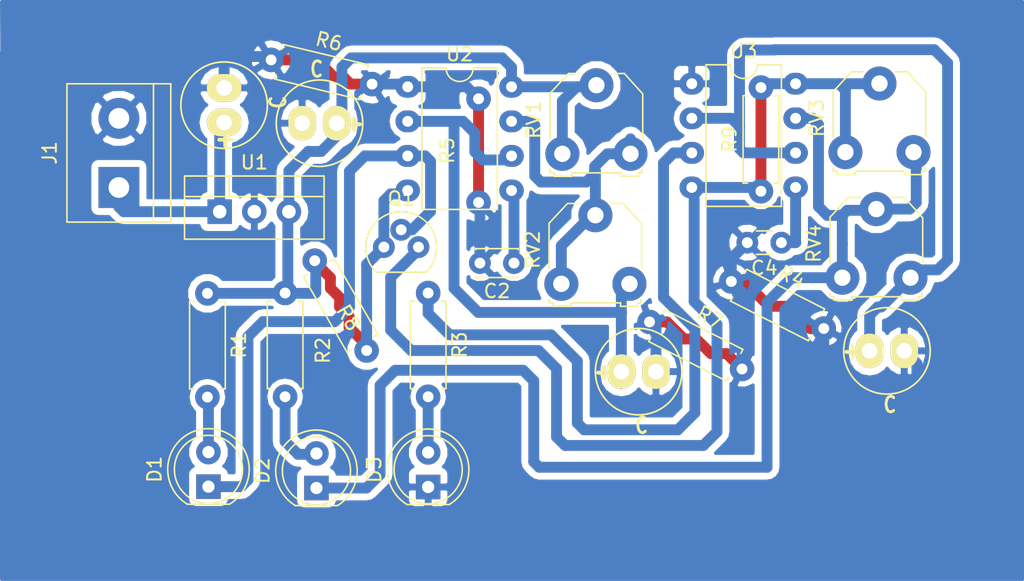
<source format=kicad_pcb>
(kicad_pcb (version 4) (host pcbnew 4.0.6)

  (general
    (links 57)
    (no_connects 0)
    (area 89.325 75.375 164.500001 118.050001)
    (thickness 1.6)
    (drawings 0)
    (tracks 232)
    (zones 0)
    (modules 27)
    (nets 16)
  )

  (page A4)
  (layers
    (0 F.Cu signal)
    (31 B.Cu signal)
    (32 B.Adhes user)
    (33 F.Adhes user)
    (34 B.Paste user)
    (35 F.Paste user)
    (36 B.SilkS user)
    (37 F.SilkS user)
    (38 B.Mask user)
    (39 F.Mask user)
    (40 Dwgs.User user)
    (41 Cmts.User user)
    (42 Eco1.User user)
    (43 Eco2.User user)
    (44 Edge.Cuts user)
    (45 Margin user)
    (46 B.CrtYd user)
    (47 F.CrtYd user)
    (48 B.Fab user)
    (49 F.Fab user)
  )

  (setup
    (last_trace_width 0.8)
    (user_trace_width 0.6)
    (user_trace_width 0.7)
    (user_trace_width 0.8)
    (user_trace_width 0.9)
    (user_trace_width 1)
    (trace_clearance 0.3)
    (zone_clearance 0.508)
    (zone_45_only no)
    (trace_min 0.2)
    (segment_width 0.2)
    (edge_width 0.15)
    (via_size 0.6)
    (via_drill 0.4)
    (via_min_size 0.4)
    (via_min_drill 0.3)
    (user_via 1.8 0.8)
    (uvia_size 0.3)
    (uvia_drill 0.1)
    (uvias_allowed no)
    (uvia_min_size 0.2)
    (uvia_min_drill 0.1)
    (pcb_text_width 0.3)
    (pcb_text_size 1.5 1.5)
    (mod_edge_width 0.15)
    (mod_text_size 1 1)
    (mod_text_width 0.15)
    (pad_size 1.6 1.6)
    (pad_drill 0.8)
    (pad_to_mask_clearance 0.2)
    (aux_axis_origin 0 0)
    (grid_origin 131.7 102.625)
    (visible_elements 7FFFFFFF)
    (pcbplotparams
      (layerselection 0x00030_80000001)
      (usegerberextensions false)
      (excludeedgelayer true)
      (linewidth 0.100000)
      (plotframeref false)
      (viasonmask false)
      (mode 1)
      (useauxorigin false)
      (hpglpennumber 1)
      (hpglpenspeed 20)
      (hpglpendiameter 15)
      (hpglpenoverlay 2)
      (psnegative false)
      (psa4output false)
      (plotreference true)
      (plotvalue true)
      (plotinvisibletext false)
      (padsonsilk false)
      (subtractmaskfromsilk false)
      (outputformat 1)
      (mirror false)
      (drillshape 1)
      (scaleselection 1)
      (outputdirectory ""))
  )

  (net 0 "")
  (net 1 /VCC1)
  (net 2 /GND)
  (net 3 "Net-(C2-Pad1)")
  (net 4 /VCC)
  (net 5 "Net-(C4-Pad1)")
  (net 6 /TR1)
  (net 7 /TR2)
  (net 8 /OUT1)
  (net 9 "Net-(D1-Pad2)")
  (net 10 /DIS2)
  (net 11 "Net-(D2-Pad2)")
  (net 12 "Net-(D3-Pad2)")
  (net 13 /VCC2)
  (net 14 /OUT2)
  (net 15 /DIS1)

  (net_class Default "This is the default net class."
    (clearance 0.3)
    (trace_width 0.25)
    (via_dia 0.6)
    (via_drill 0.4)
    (uvia_dia 0.3)
    (uvia_drill 0.1)
    (add_net /DIS1)
    (add_net /DIS2)
    (add_net /GND)
    (add_net /OUT1)
    (add_net /OUT2)
    (add_net /TR1)
    (add_net /TR2)
    (add_net /VCC)
    (add_net /VCC1)
    (add_net /VCC2)
    (add_net "Net-(C2-Pad1)")
    (add_net "Net-(C4-Pad1)")
    (add_net "Net-(D1-Pad2)")
    (add_net "Net-(D2-Pad2)")
    (add_net "Net-(D3-Pad2)")
  )

  (module Resistors_THT:R_Axial_DIN0207_L6.3mm_D2.5mm_P7.62mm_Horizontal (layer F.Cu) (tedit 5A88E472) (tstamp 5A88DCD4)
    (at 124.45 90.25 90)
    (descr "Resistor, Axial_DIN0207 series, Axial, Horizontal, pin pitch=7.62mm, 0.25W = 1/4W, length*diameter=6.3*2.5mm^2, http://cdn-reichelt.de/documents/datenblatt/B400/1_4W%23YAG.pdf")
    (tags "Resistor Axial_DIN0207 series Axial Horizontal pin pitch 7.62mm 0.25W = 1/4W length 6.3mm diameter 2.5mm")
    (path /5A894979)
    (fp_text reference R5 (at 3.81 -2.31 90) (layer F.SilkS)
      (effects (font (size 1 1) (thickness 0.15)))
    )
    (fp_text value J (at 3.683 0.2286 90) (layer F.Fab)
      (effects (font (size 1 1) (thickness 0.15)))
    )
    (fp_line (start -1.05 -1.6) (end -1.05 1.6) (layer F.CrtYd) (width 0.05))
    (fp_line (start -1.05 1.6) (end 8.7 1.6) (layer F.CrtYd) (width 0.05))
    (fp_line (start 8.7 1.6) (end 8.7 -1.6) (layer F.CrtYd) (width 0.05))
    (fp_line (start 8.7 -1.6) (end -1.05 -1.6) (layer F.CrtYd) (width 0.05))
    (pad 1 thru_hole circle (at 0 0 90) (size 1.8 1.8) (drill 0.8) (layers *.Cu *.Mask)
      (net 2 /GND))
    (pad 2 thru_hole circle (at 7.62 0 90) (size 1.8 1.8) (drill 0.8) (layers *.Cu *.Mask)
      (net 2 /GND))
    (model Resistors_THT.3dshapes/R_Axial_DIN0207_L6.3mm_D2.5mm_P7.62mm_Horizontal.wrl
      (at (xyz 0 0 0))
      (scale (xyz 0.393701 0.393701 0.393701))
      (rotate (xyz 0 0 0))
    )
  )

  (module modFiles:Capacitor_100uF (layer F.Cu) (tedit 5A04B970) (tstamp 5A887537)
    (at 154.425 101.15)
    (path /5A889316)
    (fp_text reference C6 (at 0 1.524) (layer F.SilkS) hide
      (effects (font (size 1.143 0.889) (thickness 0.2032)))
    )
    (fp_text value C (at 0.21544 3.95878) (layer F.SilkS)
      (effects (font (size 1.143 0.889) (thickness 0.2032)))
    )
    (fp_text user + (at -2.54 0) (layer F.SilkS)
      (effects (font (size 1.143 1.143) (thickness 0.3048)))
    )
    (fp_circle (center 0 0) (end 3.175 0) (layer F.SilkS) (width 0.127))
    (pad 1 thru_hole oval (at -1.27 0) (size 2.032 2.54) (drill 1.143) (layers *.Cu *.Mask F.SilkS)
      (net 7 /TR2))
    (pad 2 thru_hole oval (at 1.27 0) (size 2.032 2.54) (drill 1.143) (layers *.Cu *.Mask F.SilkS)
      (net 2 /GND))
    (model discret/c_vert_c1v7.wrl
      (at (xyz 0 0 0))
      (scale (xyz 1 1 1))
      (rotate (xyz 0 0 0))
    )
  )

  (module modFiles:Capacitor_100uF (layer F.Cu) (tedit 5A04B970) (tstamp 5A887519)
    (at 105.775 83.1 90)
    (path /5A89021E)
    (fp_text reference C1 (at 0 1.524 90) (layer F.SilkS) hide
      (effects (font (size 1.143 0.889) (thickness 0.2032)))
    )
    (fp_text value C (at 0.21544 3.95878 90) (layer F.SilkS)
      (effects (font (size 1.143 0.889) (thickness 0.2032)))
    )
    (fp_text user + (at -2.54 0 90) (layer F.SilkS)
      (effects (font (size 1.143 1.143) (thickness 0.3048)))
    )
    (fp_circle (center 0 0) (end 3.175 0) (layer F.SilkS) (width 0.127))
    (pad 1 thru_hole oval (at -1.27 0 90) (size 2.032 2.54) (drill 1.143) (layers *.Cu *.Mask F.SilkS)
      (net 1 /VCC1))
    (pad 2 thru_hole oval (at 1.27 0 90) (size 2.032 2.54) (drill 1.143) (layers *.Cu *.Mask F.SilkS)
      (net 2 /GND))
    (model discret/c_vert_c1v7.wrl
      (at (xyz 0 0 0))
      (scale (xyz 1 1 1))
      (rotate (xyz 0 0 0))
    )
  )

  (module Capacitors_THT:C_Disc_D3.0mm_W2.0mm_P2.50mm (layer F.Cu) (tedit 58765D06) (tstamp 5A88751F)
    (at 127.05 94.7 180)
    (descr "C, Disc series, Radial, pin pitch=2.50mm, , diameter*width=3*2mm^2, Capacitor")
    (tags "C Disc series Radial pin pitch 2.50mm  diameter 3mm width 2mm Capacitor")
    (path /5A886F30)
    (fp_text reference C2 (at 1.25 -2.06 180) (layer F.SilkS)
      (effects (font (size 1 1) (thickness 0.15)))
    )
    (fp_text value 0.1uF (at 1.25 2.06 180) (layer F.Fab)
      (effects (font (size 1 1) (thickness 0.15)))
    )
    (fp_line (start -0.25 -1) (end -0.25 1) (layer F.Fab) (width 0.1))
    (fp_line (start -0.25 1) (end 2.75 1) (layer F.Fab) (width 0.1))
    (fp_line (start 2.75 1) (end 2.75 -1) (layer F.Fab) (width 0.1))
    (fp_line (start 2.75 -1) (end -0.25 -1) (layer F.Fab) (width 0.1))
    (fp_line (start -0.31 -1.06) (end 2.81 -1.06) (layer F.SilkS) (width 0.12))
    (fp_line (start -0.31 1.06) (end 2.81 1.06) (layer F.SilkS) (width 0.12))
    (fp_line (start -0.31 -1.06) (end -0.31 -0.996) (layer F.SilkS) (width 0.12))
    (fp_line (start -0.31 0.996) (end -0.31 1.06) (layer F.SilkS) (width 0.12))
    (fp_line (start 2.81 -1.06) (end 2.81 -0.996) (layer F.SilkS) (width 0.12))
    (fp_line (start 2.81 0.996) (end 2.81 1.06) (layer F.SilkS) (width 0.12))
    (fp_line (start -1.05 -1.35) (end -1.05 1.35) (layer F.CrtYd) (width 0.05))
    (fp_line (start -1.05 1.35) (end 3.55 1.35) (layer F.CrtYd) (width 0.05))
    (fp_line (start 3.55 1.35) (end 3.55 -1.35) (layer F.CrtYd) (width 0.05))
    (fp_line (start 3.55 -1.35) (end -1.05 -1.35) (layer F.CrtYd) (width 0.05))
    (pad 1 thru_hole circle (at 0 0 180) (size 1.6 1.6) (drill 0.8) (layers *.Cu *.Mask)
      (net 3 "Net-(C2-Pad1)"))
    (pad 2 thru_hole circle (at 2.5 0 180) (size 1.6 1.6) (drill 0.8) (layers *.Cu *.Mask)
      (net 2 /GND))
    (model Capacitors_THT.3dshapes/C_Disc_D3.0mm_W2.0mm_P2.50mm.wrl
      (at (xyz 0 0 0))
      (scale (xyz 0.393701 0.393701 0.393701))
      (rotate (xyz 0 0 0))
    )
  )

  (module modFiles:Capacitor_100uF (layer F.Cu) (tedit 5A04B970) (tstamp 5A887525)
    (at 112.775 84.425 180)
    (path /5A8902F3)
    (fp_text reference C3 (at 0 1.524 180) (layer F.SilkS) hide
      (effects (font (size 1.143 0.889) (thickness 0.2032)))
    )
    (fp_text value C (at 0.21544 3.95878 180) (layer F.SilkS)
      (effects (font (size 1.143 0.889) (thickness 0.2032)))
    )
    (fp_text user + (at -2.54 0 180) (layer F.SilkS)
      (effects (font (size 1.143 1.143) (thickness 0.3048)))
    )
    (fp_circle (center 0 0) (end 3.175 0) (layer F.SilkS) (width 0.127))
    (pad 1 thru_hole oval (at -1.27 0 180) (size 2.032 2.54) (drill 1.143) (layers *.Cu *.Mask F.SilkS)
      (net 4 /VCC))
    (pad 2 thru_hole oval (at 1.27 0 180) (size 2.032 2.54) (drill 1.143) (layers *.Cu *.Mask F.SilkS)
      (net 2 /GND))
    (model discret/c_vert_c1v7.wrl
      (at (xyz 0 0 0))
      (scale (xyz 1 1 1))
      (rotate (xyz 0 0 0))
    )
  )

  (module Capacitors_THT:C_Disc_D3.0mm_W1.6mm_P2.50mm (layer F.Cu) (tedit 58765D06) (tstamp 5A88752B)
    (at 146.675 93.2 180)
    (descr "C, Disc series, Radial, pin pitch=2.50mm, , diameter*width=3.0*1.6mm^2, Capacitor, http://www.vishay.com/docs/45233/krseries.pdf")
    (tags "C Disc series Radial pin pitch 2.50mm  diameter 3.0mm width 1.6mm Capacitor")
    (path /5A8874EF)
    (fp_text reference C4 (at 1.25 -1.86 180) (layer F.SilkS)
      (effects (font (size 1 1) (thickness 0.15)))
    )
    (fp_text value 0.1uF (at 1.25 1.86 180) (layer F.Fab)
      (effects (font (size 1 1) (thickness 0.15)))
    )
    (fp_line (start -0.25 -0.8) (end -0.25 0.8) (layer F.Fab) (width 0.1))
    (fp_line (start -0.25 0.8) (end 2.75 0.8) (layer F.Fab) (width 0.1))
    (fp_line (start 2.75 0.8) (end 2.75 -0.8) (layer F.Fab) (width 0.1))
    (fp_line (start 2.75 -0.8) (end -0.25 -0.8) (layer F.Fab) (width 0.1))
    (fp_line (start 0.663 -0.861) (end 1.837 -0.861) (layer F.SilkS) (width 0.12))
    (fp_line (start 0.663 0.861) (end 1.837 0.861) (layer F.SilkS) (width 0.12))
    (fp_line (start -1.05 -1.15) (end -1.05 1.15) (layer F.CrtYd) (width 0.05))
    (fp_line (start -1.05 1.15) (end 3.55 1.15) (layer F.CrtYd) (width 0.05))
    (fp_line (start 3.55 1.15) (end 3.55 -1.15) (layer F.CrtYd) (width 0.05))
    (fp_line (start 3.55 -1.15) (end -1.05 -1.15) (layer F.CrtYd) (width 0.05))
    (pad 1 thru_hole circle (at 0 0 180) (size 1.6 1.6) (drill 0.8) (layers *.Cu *.Mask)
      (net 5 "Net-(C4-Pad1)"))
    (pad 2 thru_hole circle (at 2.5 0 180) (size 1.6 1.6) (drill 0.8) (layers *.Cu *.Mask)
      (net 2 /GND))
    (model Capacitors_THT.3dshapes/C_Disc_D3.0mm_W1.6mm_P2.50mm.wrl
      (at (xyz 0 0 0))
      (scale (xyz 0.393701 0.393701 0.393701))
      (rotate (xyz 0 0 0))
    )
  )

  (module modFiles:Capacitor_100uF (layer F.Cu) (tedit 5A04B970) (tstamp 5A887531)
    (at 136.2 102.675)
    (path /5A889296)
    (fp_text reference C5 (at 0 1.524) (layer F.SilkS) hide
      (effects (font (size 1.143 0.889) (thickness 0.2032)))
    )
    (fp_text value C (at 0.21544 3.95878) (layer F.SilkS)
      (effects (font (size 1.143 0.889) (thickness 0.2032)))
    )
    (fp_text user + (at -2.54 0) (layer F.SilkS)
      (effects (font (size 1.143 1.143) (thickness 0.3048)))
    )
    (fp_circle (center 0 0) (end 3.175 0) (layer F.SilkS) (width 0.127))
    (pad 1 thru_hole oval (at -1.27 0) (size 2.032 2.54) (drill 1.143) (layers *.Cu *.Mask F.SilkS)
      (net 6 /TR1))
    (pad 2 thru_hole oval (at 1.27 0) (size 2.032 2.54) (drill 1.143) (layers *.Cu *.Mask F.SilkS)
      (net 2 /GND))
    (model discret/c_vert_c1v7.wrl
      (at (xyz 0 0 0))
      (scale (xyz 1 1 1))
      (rotate (xyz 0 0 0))
    )
  )

  (module LEDs:LED_D5.0mm (layer F.Cu) (tedit 587A3A7B) (tstamp 5A88753D)
    (at 104.625 111.125 90)
    (descr "LED, diameter 5.0mm, 2 pins, http://cdn-reichelt.de/documents/datenblatt/A500/LL-504BC2E-009.pdf")
    (tags "LED diameter 5.0mm 2 pins")
    (path /5A887AFD)
    (fp_text reference D1 (at 1.27 -3.96 90) (layer F.SilkS)
      (effects (font (size 1 1) (thickness 0.15)))
    )
    (fp_text value RED (at 1.27 3.96 90) (layer F.Fab)
      (effects (font (size 1 1) (thickness 0.15)))
    )
    (fp_arc (start 1.27 0) (end -1.23 -1.469694) (angle 299.1) (layer F.Fab) (width 0.1))
    (fp_arc (start 1.27 0) (end -1.29 -1.54483) (angle 148.9) (layer F.SilkS) (width 0.12))
    (fp_arc (start 1.27 0) (end -1.29 1.54483) (angle -148.9) (layer F.SilkS) (width 0.12))
    (fp_circle (center 1.27 0) (end 3.77 0) (layer F.Fab) (width 0.1))
    (fp_circle (center 1.27 0) (end 3.77 0) (layer F.SilkS) (width 0.12))
    (fp_line (start -1.23 -1.469694) (end -1.23 1.469694) (layer F.Fab) (width 0.1))
    (fp_line (start -1.29 -1.545) (end -1.29 1.545) (layer F.SilkS) (width 0.12))
    (fp_line (start -1.95 -3.25) (end -1.95 3.25) (layer F.CrtYd) (width 0.05))
    (fp_line (start -1.95 3.25) (end 4.5 3.25) (layer F.CrtYd) (width 0.05))
    (fp_line (start 4.5 3.25) (end 4.5 -3.25) (layer F.CrtYd) (width 0.05))
    (fp_line (start 4.5 -3.25) (end -1.95 -3.25) (layer F.CrtYd) (width 0.05))
    (pad 1 thru_hole rect (at 0 0 90) (size 1.8 1.8) (drill 0.9) (layers *.Cu *.Mask)
      (net 8 /OUT1))
    (pad 2 thru_hole circle (at 2.54 0 90) (size 1.8 1.8) (drill 0.9) (layers *.Cu *.Mask)
      (net 9 "Net-(D1-Pad2)"))
    (model LEDs.3dshapes/LED_D5.0mm.wrl
      (at (xyz 0 0 0))
      (scale (xyz 0.393701 0.393701 0.393701))
      (rotate (xyz 0 0 0))
    )
  )

  (module LEDs:LED_D5.0mm (layer F.Cu) (tedit 587A3A7B) (tstamp 5A887543)
    (at 112.55 111.225 90)
    (descr "LED, diameter 5.0mm, 2 pins, http://cdn-reichelt.de/documents/datenblatt/A500/LL-504BC2E-009.pdf")
    (tags "LED diameter 5.0mm 2 pins")
    (path /5A887C83)
    (fp_text reference D2 (at 1.27 -3.96 90) (layer F.SilkS)
      (effects (font (size 1 1) (thickness 0.15)))
    )
    (fp_text value YELLOW (at 1.27 3.96 90) (layer F.Fab)
      (effects (font (size 1 1) (thickness 0.15)))
    )
    (fp_arc (start 1.27 0) (end -1.23 -1.469694) (angle 299.1) (layer F.Fab) (width 0.1))
    (fp_arc (start 1.27 0) (end -1.29 -1.54483) (angle 148.9) (layer F.SilkS) (width 0.12))
    (fp_arc (start 1.27 0) (end -1.29 1.54483) (angle -148.9) (layer F.SilkS) (width 0.12))
    (fp_circle (center 1.27 0) (end 3.77 0) (layer F.Fab) (width 0.1))
    (fp_circle (center 1.27 0) (end 3.77 0) (layer F.SilkS) (width 0.12))
    (fp_line (start -1.23 -1.469694) (end -1.23 1.469694) (layer F.Fab) (width 0.1))
    (fp_line (start -1.29 -1.545) (end -1.29 1.545) (layer F.SilkS) (width 0.12))
    (fp_line (start -1.95 -3.25) (end -1.95 3.25) (layer F.CrtYd) (width 0.05))
    (fp_line (start -1.95 3.25) (end 4.5 3.25) (layer F.CrtYd) (width 0.05))
    (fp_line (start 4.5 3.25) (end 4.5 -3.25) (layer F.CrtYd) (width 0.05))
    (fp_line (start 4.5 -3.25) (end -1.95 -3.25) (layer F.CrtYd) (width 0.05))
    (pad 1 thru_hole rect (at 0 0 90) (size 1.8 1.8) (drill 0.9) (layers *.Cu *.Mask)
      (net 10 /DIS2))
    (pad 2 thru_hole circle (at 2.54 0 90) (size 1.8 1.8) (drill 0.9) (layers *.Cu *.Mask)
      (net 11 "Net-(D2-Pad2)"))
    (model LEDs.3dshapes/LED_D5.0mm.wrl
      (at (xyz 0 0 0))
      (scale (xyz 0.393701 0.393701 0.393701))
      (rotate (xyz 0 0 0))
    )
  )

  (module LEDs:LED_D5.0mm (layer F.Cu) (tedit 587A3A7B) (tstamp 5A887549)
    (at 120.75 111.15 90)
    (descr "LED, diameter 5.0mm, 2 pins, http://cdn-reichelt.de/documents/datenblatt/A500/LL-504BC2E-009.pdf")
    (tags "LED diameter 5.0mm 2 pins")
    (path /5A887D4E)
    (fp_text reference D3 (at 1.27 -3.96 90) (layer F.SilkS)
      (effects (font (size 1 1) (thickness 0.15)))
    )
    (fp_text value GREEN (at 1.27 3.96 90) (layer F.Fab)
      (effects (font (size 1 1) (thickness 0.15)))
    )
    (fp_arc (start 1.27 0) (end -1.23 -1.469694) (angle 299.1) (layer F.Fab) (width 0.1))
    (fp_arc (start 1.27 0) (end -1.29 -1.54483) (angle 148.9) (layer F.SilkS) (width 0.12))
    (fp_arc (start 1.27 0) (end -1.29 1.54483) (angle -148.9) (layer F.SilkS) (width 0.12))
    (fp_circle (center 1.27 0) (end 3.77 0) (layer F.Fab) (width 0.1))
    (fp_circle (center 1.27 0) (end 3.77 0) (layer F.SilkS) (width 0.12))
    (fp_line (start -1.23 -1.469694) (end -1.23 1.469694) (layer F.Fab) (width 0.1))
    (fp_line (start -1.29 -1.545) (end -1.29 1.545) (layer F.SilkS) (width 0.12))
    (fp_line (start -1.95 -3.25) (end -1.95 3.25) (layer F.CrtYd) (width 0.05))
    (fp_line (start -1.95 3.25) (end 4.5 3.25) (layer F.CrtYd) (width 0.05))
    (fp_line (start 4.5 3.25) (end 4.5 -3.25) (layer F.CrtYd) (width 0.05))
    (fp_line (start 4.5 -3.25) (end -1.95 -3.25) (layer F.CrtYd) (width 0.05))
    (pad 1 thru_hole rect (at 0 0 90) (size 1.8 1.8) (drill 0.9) (layers *.Cu *.Mask)
      (net 2 /GND))
    (pad 2 thru_hole circle (at 2.54 0 90) (size 1.8 1.8) (drill 0.9) (layers *.Cu *.Mask)
      (net 12 "Net-(D3-Pad2)"))
    (model LEDs.3dshapes/LED_D5.0mm.wrl
      (at (xyz 0 0 0))
      (scale (xyz 0.393701 0.393701 0.393701))
      (rotate (xyz 0 0 0))
    )
  )

  (module modFiles:Bornier2 (layer F.Cu) (tedit 5A88EA72) (tstamp 5A88754F)
    (at 98.05 89.15 90)
    (descr "Bornier d'alimentation 2 pins")
    (tags DEV)
    (path /5A890088)
    (fp_text reference J1 (at 2.54 -5.08 90) (layer F.SilkS)
      (effects (font (size 1 1) (thickness 0.15)))
    )
    (fp_text value PWR (at 2.975 -4.85 90) (layer F.Fab)
      (effects (font (size 1 1) (thickness 0.15)))
    )
    (fp_line (start -2.41 2.55) (end 7.49 2.55) (layer F.Fab) (width 0.1))
    (fp_line (start -2.46 -3.75) (end -2.46 3.75) (layer F.Fab) (width 0.1))
    (fp_line (start -2.46 3.75) (end 7.54 3.75) (layer F.Fab) (width 0.1))
    (fp_line (start 7.54 3.75) (end 7.54 -3.75) (layer F.Fab) (width 0.1))
    (fp_line (start 7.54 -3.75) (end -2.46 -3.75) (layer F.Fab) (width 0.1))
    (fp_line (start 7.62 2.54) (end -2.54 2.54) (layer F.SilkS) (width 0.12))
    (fp_line (start 7.62 3.81) (end 7.62 -3.81) (layer F.SilkS) (width 0.12))
    (fp_line (start 7.62 -3.81) (end -2.54 -3.81) (layer F.SilkS) (width 0.12))
    (fp_line (start -2.54 -3.81) (end -2.54 3.81) (layer F.SilkS) (width 0.12))
    (fp_line (start -2.54 3.81) (end 7.62 3.81) (layer F.SilkS) (width 0.12))
    (fp_line (start -2.71 -4) (end 7.79 -4) (layer F.CrtYd) (width 0.05))
    (fp_line (start -2.71 -4) (end -2.71 4) (layer F.CrtYd) (width 0.05))
    (fp_line (start 7.79 4) (end 7.79 -4) (layer F.CrtYd) (width 0.05))
    (fp_line (start 7.79 4) (end -2.71 4) (layer F.CrtYd) (width 0.05))
    (pad 1 thru_hole rect (at 0 0 90) (size 3 3) (drill 1.52) (layers *.Cu *.Mask)
      (net 1 /VCC1))
    (pad 2 thru_hole circle (at 5.08 0 90) (size 3 3) (drill 1.52) (layers *.Cu *.Mask)
      (net 2 /GND))
    (model Connectors.3dshapes/bornier2.wrl
      (at (xyz 0 0 0))
      (scale (xyz 1 1 1))
      (rotate (xyz 0 0 0))
    )
  )

  (module TO_SOT_Packages_THT:TO-92_Molded_Narrow (layer F.Cu) (tedit 5A88E99F) (tstamp 5A887556)
    (at 117.5 93.525)
    (descr "TO-92 leads molded, narrow, drill 0.6mm (see NXP sot054_po.pdf)")
    (tags "to-92 sc-43 sc-43a sot54 PA33 transistor")
    (path /5A88F0B1)
    (fp_text reference Q1 (at 1.27 -3.556) (layer F.SilkS)
      (effects (font (size 1 1) (thickness 0.15)))
    )
    (fp_text value BC547 (at 1.27 2.794) (layer F.Fab)
      (effects (font (size 1 1) (thickness 0.15)))
    )
    (fp_line (start -1.65 -2.9) (end 4.15 -2.9) (layer F.CrtYd) (width 0.05))
    (fp_line (start 4.15 -2.9) (end 4.15 2.2) (layer F.CrtYd) (width 0.05))
    (fp_line (start 4.15 2.2) (end -1.65 2.2) (layer F.CrtYd) (width 0.05))
    (fp_line (start -1.65 2.2) (end -1.65 -2.9) (layer F.CrtYd) (width 0.05))
    (fp_line (start -0.53 1.85) (end 3.07 1.85) (layer F.SilkS) (width 0.12))
    (fp_line (start -0.5 1.75) (end 3 1.75) (layer F.Fab) (width 0.1))
    (fp_arc (start 1.27 0) (end 1.27 -2.48) (angle 135) (layer F.Fab) (width 0.1))
    (fp_arc (start 1.27 0) (end 1.27 -2.6) (angle -135) (layer F.SilkS) (width 0.12))
    (fp_arc (start 1.27 0) (end 1.27 -2.48) (angle -135) (layer F.Fab) (width 0.1))
    (fp_arc (start 1.27 0) (end 1.27 -2.6) (angle 135) (layer F.SilkS) (width 0.12))
    (pad 2 thru_hole circle (at 1.27 -1.27 90) (size 1.6 1.6) (drill 0.8) (layers *.Cu *.Mask)
      (net 8 /OUT1))
    (pad 3 thru_hole circle (at 2.54 0 90) (size 1.6 1.6) (drill 0.8) (layers *.Cu *.Mask)
      (net 13 /VCC2))
    (pad 1 thru_hole circle (at 0 0 90) (size 1.6 1.6) (drill 0.8) (layers *.Cu *.Mask)
      (net 4 /VCC))
    (model TO_SOT_Packages_THT.3dshapes/TO-92_Molded_Narrow.wrl
      (at (xyz 0.05 0 0))
      (scale (xyz 1 1 1))
      (rotate (xyz 0 0 -90))
    )
  )

  (module Resistors_THT:R_Axial_DIN0207_L6.3mm_D2.5mm_P7.62mm_Horizontal (layer F.Cu) (tedit 5A88EA45) (tstamp 5A88755C)
    (at 104.55 96.925 270)
    (descr "Resistor, Axial_DIN0207 series, Axial, Horizontal, pin pitch=7.62mm, 0.25W = 1/4W, length*diameter=6.3*2.5mm^2, http://cdn-reichelt.de/documents/datenblatt/B400/1_4W%23YAG.pdf")
    (tags "Resistor Axial_DIN0207 series Axial Horizontal pin pitch 7.62mm 0.25W = 1/4W length 6.3mm diameter 2.5mm")
    (path /5A887AAC)
    (fp_text reference R1 (at 3.81 -2.31 270) (layer F.SilkS)
      (effects (font (size 1 1) (thickness 0.15)))
    )
    (fp_text value 470 (at 3.8 0.1 270) (layer F.Fab)
      (effects (font (size 1 1) (thickness 0.15)))
    )
    (fp_line (start 0.66 -1.25) (end 0.66 1.25) (layer F.Fab) (width 0.1))
    (fp_line (start 0.66 1.25) (end 6.96 1.25) (layer F.Fab) (width 0.1))
    (fp_line (start 6.96 1.25) (end 6.96 -1.25) (layer F.Fab) (width 0.1))
    (fp_line (start 6.96 -1.25) (end 0.66 -1.25) (layer F.Fab) (width 0.1))
    (fp_line (start 0 0) (end 0.66 0) (layer F.Fab) (width 0.1))
    (fp_line (start 7.62 0) (end 6.96 0) (layer F.Fab) (width 0.1))
    (fp_line (start 0.6 -0.98) (end 0.6 -1.31) (layer F.SilkS) (width 0.12))
    (fp_line (start 0.6 -1.31) (end 7.02 -1.31) (layer F.SilkS) (width 0.12))
    (fp_line (start 7.02 -1.31) (end 7.02 -0.98) (layer F.SilkS) (width 0.12))
    (fp_line (start 0.6 0.98) (end 0.6 1.31) (layer F.SilkS) (width 0.12))
    (fp_line (start 0.6 1.31) (end 7.02 1.31) (layer F.SilkS) (width 0.12))
    (fp_line (start 7.02 1.31) (end 7.02 0.98) (layer F.SilkS) (width 0.12))
    (fp_line (start -1.05 -1.6) (end -1.05 1.6) (layer F.CrtYd) (width 0.05))
    (fp_line (start -1.05 1.6) (end 8.7 1.6) (layer F.CrtYd) (width 0.05))
    (fp_line (start 8.7 1.6) (end 8.7 -1.6) (layer F.CrtYd) (width 0.05))
    (fp_line (start 8.7 -1.6) (end -1.05 -1.6) (layer F.CrtYd) (width 0.05))
    (pad 1 thru_hole circle (at 0 0 270) (size 1.8 1.8) (drill 0.8) (layers *.Cu *.Mask)
      (net 4 /VCC))
    (pad 2 thru_hole circle (at 7.62 0 270) (size 1.8 1.8) (drill 0.8) (layers *.Cu *.Mask)
      (net 9 "Net-(D1-Pad2)"))
    (model Resistors_THT.3dshapes/R_Axial_DIN0207_L6.3mm_D2.5mm_P7.62mm_Horizontal.wrl
      (at (xyz 0 0 0))
      (scale (xyz 0.393701 0.393701 0.393701))
      (rotate (xyz 0 0 0))
    )
  )

  (module Resistors_THT:R_Axial_DIN0207_L6.3mm_D2.5mm_P7.62mm_Horizontal (layer F.Cu) (tedit 5A88EA61) (tstamp 5A887562)
    (at 110.25 96.9 270)
    (descr "Resistor, Axial_DIN0207 series, Axial, Horizontal, pin pitch=7.62mm, 0.25W = 1/4W, length*diameter=6.3*2.5mm^2, http://cdn-reichelt.de/documents/datenblatt/B400/1_4W%23YAG.pdf")
    (tags "Resistor Axial_DIN0207 series Axial Horizontal pin pitch 7.62mm 0.25W = 1/4W length 6.3mm diameter 2.5mm")
    (path /5A887C2C)
    (fp_text reference R2 (at 4.225 -2.775 270) (layer F.SilkS)
      (effects (font (size 1 1) (thickness 0.15)))
    )
    (fp_text value 470 (at 3.9 -0.075 270) (layer F.Fab)
      (effects (font (size 1 1) (thickness 0.15)))
    )
    (fp_line (start 0.66 -1.25) (end 0.66 1.25) (layer F.Fab) (width 0.1))
    (fp_line (start 0.66 1.25) (end 6.96 1.25) (layer F.Fab) (width 0.1))
    (fp_line (start 6.96 1.25) (end 6.96 -1.25) (layer F.Fab) (width 0.1))
    (fp_line (start 6.96 -1.25) (end 0.66 -1.25) (layer F.Fab) (width 0.1))
    (fp_line (start 0 0) (end 0.66 0) (layer F.Fab) (width 0.1))
    (fp_line (start 7.62 0) (end 6.96 0) (layer F.Fab) (width 0.1))
    (fp_line (start 0.6 -0.98) (end 0.6 -1.31) (layer F.SilkS) (width 0.12))
    (fp_line (start 0.6 -1.31) (end 7.02 -1.31) (layer F.SilkS) (width 0.12))
    (fp_line (start 7.02 -1.31) (end 7.02 -0.98) (layer F.SilkS) (width 0.12))
    (fp_line (start 0.6 0.98) (end 0.6 1.31) (layer F.SilkS) (width 0.12))
    (fp_line (start 0.6 1.31) (end 7.02 1.31) (layer F.SilkS) (width 0.12))
    (fp_line (start 7.02 1.31) (end 7.02 0.98) (layer F.SilkS) (width 0.12))
    (fp_line (start -1.05 -1.6) (end -1.05 1.6) (layer F.CrtYd) (width 0.05))
    (fp_line (start -1.05 1.6) (end 8.7 1.6) (layer F.CrtYd) (width 0.05))
    (fp_line (start 8.7 1.6) (end 8.7 -1.6) (layer F.CrtYd) (width 0.05))
    (fp_line (start 8.7 -1.6) (end -1.05 -1.6) (layer F.CrtYd) (width 0.05))
    (pad 1 thru_hole circle (at 0 0 270) (size 1.8 1.8) (drill 0.8) (layers *.Cu *.Mask)
      (net 4 /VCC))
    (pad 2 thru_hole circle (at 7.62 0 270) (size 1.8 1.8) (drill 0.8) (layers *.Cu *.Mask)
      (net 11 "Net-(D2-Pad2)"))
    (model Resistors_THT.3dshapes/R_Axial_DIN0207_L6.3mm_D2.5mm_P7.62mm_Horizontal.wrl
      (at (xyz 0 0 0))
      (scale (xyz 0.393701 0.393701 0.393701))
      (rotate (xyz 0 0 0))
    )
  )

  (module Resistors_THT:R_Axial_DIN0207_L6.3mm_D2.5mm_P7.62mm_Horizontal (layer F.Cu) (tedit 5A88EA67) (tstamp 5A887568)
    (at 120.75 96.9 270)
    (descr "Resistor, Axial_DIN0207 series, Axial, Horizontal, pin pitch=7.62mm, 0.25W = 1/4W, length*diameter=6.3*2.5mm^2, http://cdn-reichelt.de/documents/datenblatt/B400/1_4W%23YAG.pdf")
    (tags "Resistor Axial_DIN0207 series Axial Horizontal pin pitch 7.62mm 0.25W = 1/4W length 6.3mm diameter 2.5mm")
    (path /5A887CE1)
    (fp_text reference R3 (at 3.81 -2.31 270) (layer F.SilkS)
      (effects (font (size 1 1) (thickness 0.15)))
    )
    (fp_text value 470 (at 3.95 -0.225 270) (layer F.Fab)
      (effects (font (size 1 1) (thickness 0.15)))
    )
    (fp_line (start 0.66 -1.25) (end 0.66 1.25) (layer F.Fab) (width 0.1))
    (fp_line (start 0.66 1.25) (end 6.96 1.25) (layer F.Fab) (width 0.1))
    (fp_line (start 6.96 1.25) (end 6.96 -1.25) (layer F.Fab) (width 0.1))
    (fp_line (start 6.96 -1.25) (end 0.66 -1.25) (layer F.Fab) (width 0.1))
    (fp_line (start 0 0) (end 0.66 0) (layer F.Fab) (width 0.1))
    (fp_line (start 7.62 0) (end 6.96 0) (layer F.Fab) (width 0.1))
    (fp_line (start 0.6 -0.98) (end 0.6 -1.31) (layer F.SilkS) (width 0.12))
    (fp_line (start 0.6 -1.31) (end 7.02 -1.31) (layer F.SilkS) (width 0.12))
    (fp_line (start 7.02 -1.31) (end 7.02 -0.98) (layer F.SilkS) (width 0.12))
    (fp_line (start 0.6 0.98) (end 0.6 1.31) (layer F.SilkS) (width 0.12))
    (fp_line (start 0.6 1.31) (end 7.02 1.31) (layer F.SilkS) (width 0.12))
    (fp_line (start 7.02 1.31) (end 7.02 0.98) (layer F.SilkS) (width 0.12))
    (fp_line (start -1.05 -1.6) (end -1.05 1.6) (layer F.CrtYd) (width 0.05))
    (fp_line (start -1.05 1.6) (end 8.7 1.6) (layer F.CrtYd) (width 0.05))
    (fp_line (start 8.7 1.6) (end 8.7 -1.6) (layer F.CrtYd) (width 0.05))
    (fp_line (start 8.7 -1.6) (end -1.05 -1.6) (layer F.CrtYd) (width 0.05))
    (pad 1 thru_hole circle (at 0 0 270) (size 1.8 1.8) (drill 0.8) (layers *.Cu *.Mask)
      (net 14 /OUT2))
    (pad 2 thru_hole circle (at 7.62 0 270) (size 1.8 1.8) (drill 0.8) (layers *.Cu *.Mask)
      (net 12 "Net-(D3-Pad2)"))
    (model Resistors_THT.3dshapes/R_Axial_DIN0207_L6.3mm_D2.5mm_P7.62mm_Horizontal.wrl
      (at (xyz 0 0 0))
      (scale (xyz 0.393701 0.393701 0.393701))
      (rotate (xyz 0 0 0))
    )
  )

  (module Potentiometers:Potentiometer_Triwood_RM-065 (layer F.Cu) (tedit 5882291E) (tstamp 5A88756F)
    (at 130.6 86.675)
    (descr "Potentiometer, Trimmer, RM-065")
    (tags "Potentiometer Trimmer RM-065")
    (path /5A889021)
    (fp_text reference RV1 (at -2.1 -2.5 90) (layer F.SilkS)
      (effects (font (size 1 1) (thickness 0.15)))
    )
    (fp_text value 47K (at 7.5 -2.5 90) (layer F.Fab)
      (effects (font (size 1 1) (thickness 0.15)))
    )
    (fp_line (start 5.85 1.15) (end 5.85 1.4) (layer F.SilkS) (width 0.12))
    (fp_line (start 5.85 1.4) (end 5.6 1.4) (layer F.SilkS) (width 0.12))
    (fp_line (start 5.6 1.4) (end 5.6 1.65) (layer F.SilkS) (width 0.12))
    (fp_line (start 5.6 1.65) (end 4.35 1.65) (layer F.SilkS) (width 0.12))
    (fp_line (start 4.35 1.65) (end 4.35 1.4) (layer F.SilkS) (width 0.12))
    (fp_line (start 4.35 1.4) (end 0.7 1.4) (layer F.SilkS) (width 0.12))
    (fp_line (start 0.7 1.4) (end 0.7 1.65) (layer F.SilkS) (width 0.12))
    (fp_line (start 0.7 1.65) (end -0.6 1.65) (layer F.SilkS) (width 0.12))
    (fp_line (start -0.6 1.65) (end -0.6 1.4) (layer F.SilkS) (width 0.12))
    (fp_line (start -0.6 1.4) (end -0.9 1.4) (layer F.SilkS) (width 0.12))
    (fp_line (start -0.9 1.4) (end -0.9 1.15) (layer F.SilkS) (width 0.12))
    (fp_line (start 3.65 -5.9) (end 4.55 -5.9) (layer F.SilkS) (width 0.12))
    (fp_line (start 4.55 -5.9) (end 5.9 -4.4) (layer F.SilkS) (width 0.12))
    (fp_line (start 5.9 -4.4) (end 5.9 -1.1) (layer F.SilkS) (width 0.12))
    (fp_line (start -0.9 -1.1) (end -0.9 -4.45) (layer F.SilkS) (width 0.12))
    (fp_line (start -0.9 -4.45) (end 0.45 -5.9) (layer F.SilkS) (width 0.12))
    (fp_line (start 0.45 -5.9) (end 1.35 -5.9) (layer F.SilkS) (width 0.12))
    (fp_line (start 5.8 1.2) (end 5.8 -1.15) (layer F.Fab) (width 0.1))
    (fp_line (start -0.8 -1.1) (end -0.8 1.2) (layer F.Fab) (width 0.1))
    (fp_line (start 2.25 -2.88) (end 2.25 -3.64) (layer F.Fab) (width 0.1))
    (fp_line (start 2.75 -2.88) (end 2.75 -3.64) (layer F.Fab) (width 0.1))
    (fp_line (start -0.8 1.31) (end -0.8 1.18) (layer F.Fab) (width 0.1))
    (fp_line (start -0.8 -2.5) (end -0.8 -1.1) (layer F.Fab) (width 0.1))
    (fp_line (start 5.8 1.31) (end 5.8 1.18) (layer F.Fab) (width 0.1))
    (fp_line (start 5.8 -2.5) (end 5.8 -1.1) (layer F.Fab) (width 0.1))
    (fp_line (start 1.23 -0.47) (end 3.77 -0.47) (layer F.Fab) (width 0.1))
    (fp_line (start 4.53 -5.8) (end 3.64 -5.8) (layer F.Fab) (width 0.1))
    (fp_line (start 1.36 -5.8) (end 0.47 -5.8) (layer F.Fab) (width 0.1))
    (fp_line (start 4.15 -2.88) (end 4.66 -2.88) (layer F.Fab) (width 0.1))
    (fp_line (start 4.66 -2.88) (end 4.66 -2.12) (layer F.Fab) (width 0.1))
    (fp_line (start 4.66 -2.12) (end 4.15 -2.12) (layer F.Fab) (width 0.1))
    (fp_line (start 0.85 -2.88) (end 0.34 -2.88) (layer F.Fab) (width 0.1))
    (fp_line (start 0.34 -2.88) (end 0.34 -2.12) (layer F.Fab) (width 0.1))
    (fp_line (start 0.34 -2.12) (end 0.85 -2.12) (layer F.Fab) (width 0.1))
    (fp_line (start 3.01 -2.25) (end 4.15 -2.25) (layer F.Fab) (width 0.1))
    (fp_line (start 3.01 -2.75) (end 4.15 -2.75) (layer F.Fab) (width 0.1))
    (fp_line (start 1.99 -2.25) (end 0.85 -2.25) (layer F.Fab) (width 0.1))
    (fp_line (start 1.99 -2.75) (end 0.85 -2.75) (layer F.Fab) (width 0.1))
    (fp_line (start 2.75 -2.12) (end 2.75 -0.85) (layer F.Fab) (width 0.1))
    (fp_line (start 2.25 -2.12) (end 2.25 -0.85) (layer F.Fab) (width 0.1))
    (fp_line (start 1.99 -2.88) (end 1.99 -2.12) (layer F.Fab) (width 0.1))
    (fp_line (start 1.99 -2.12) (end 3.01 -2.12) (layer F.Fab) (width 0.1))
    (fp_line (start 3.01 -2.12) (end 3.01 -2.88) (layer F.Fab) (width 0.1))
    (fp_line (start 3.01 -2.88) (end 1.99 -2.88) (layer F.Fab) (width 0.1))
    (fp_line (start 0.47 -5.8) (end -0.8 -4.4) (layer F.Fab) (width 0.1))
    (fp_line (start -0.8 -4.4) (end -0.8 -2.5) (layer F.Fab) (width 0.1))
    (fp_line (start 4.53 -5.8) (end 5.8 -4.4) (layer F.Fab) (width 0.1))
    (fp_line (start 5.8 -4.4) (end 5.8 -2.5) (layer F.Fab) (width 0.1))
    (fp_line (start 5.55 1.31) (end 5.55 1.56) (layer F.Fab) (width 0.1))
    (fp_line (start 5.55 1.56) (end 4.4 1.56) (layer F.Fab) (width 0.1))
    (fp_line (start 4.4 1.56) (end 4.4 1.31) (layer F.Fab) (width 0.1))
    (fp_line (start -0.55 1.31) (end -0.55 1.56) (layer F.Fab) (width 0.1))
    (fp_line (start -0.55 1.56) (end 0.59 1.56) (layer F.Fab) (width 0.1))
    (fp_line (start 0.59 1.56) (end 0.59 1.31) (layer F.Fab) (width 0.1))
    (fp_line (start -0.8 1.31) (end 5.8 1.31) (layer F.Fab) (width 0.1))
    (fp_line (start -1.5 -6.54) (end 6.5 -6.54) (layer F.CrtYd) (width 0.05))
    (fp_line (start -1.5 -6.54) (end -1.5 1.81) (layer F.CrtYd) (width 0.05))
    (fp_line (start 6.5 1.81) (end 6.5 -6.54) (layer F.CrtYd) (width 0.05))
    (fp_line (start 6.5 1.81) (end -1.5 1.81) (layer F.CrtYd) (width 0.05))
    (fp_circle (center 2.5 -2.5) (end 4.7 -0.2) (layer F.Fab) (width 0.1))
    (fp_arc (start 2.5 -2.5) (end 4.15 -2.25) (angle 90) (layer F.Fab) (width 0.1))
    (fp_arc (start 2.5 -2.5) (end 2.63 -0.85) (angle 90) (layer F.Fab) (width 0.1))
    (fp_arc (start 2.5 -2.5) (end 3.39 -3.9) (angle 90) (layer F.Fab) (width 0.1))
    (fp_arc (start 2.5 -2.5) (end 1.1 -1.61) (angle 90) (layer F.Fab) (width 0.1))
    (pad 2 thru_hole circle (at 2.5 -5.04) (size 2.5 2.5) (drill 1.2) (layers *.Cu *.Mask)
      (net 4 /VCC))
    (pad 3 thru_hole circle (at 5 0) (size 2.5 2.5) (drill 1.2) (layers *.Cu *.Mask)
      (net 15 /DIS1))
    (pad 1 thru_hole circle (at 0 0) (size 2.5 2.5) (drill 1.2) (layers *.Cu *.Mask)
      (net 4 /VCC))
    (model Potentiometers.3dshapes/Potentiometer_Triwood_RM-065.wrl
      (at (xyz 0 0 0))
      (scale (xyz 4 4 4))
      (rotate (xyz 0 0 0))
    )
  )

  (module Potentiometers:Potentiometer_Triwood_RM-065 (layer F.Cu) (tedit 5882291E) (tstamp 5A887576)
    (at 130.525 96.225)
    (descr "Potentiometer, Trimmer, RM-065")
    (tags "Potentiometer Trimmer RM-065")
    (path /5A8890D1)
    (fp_text reference RV2 (at -2.1 -2.5 90) (layer F.SilkS)
      (effects (font (size 1 1) (thickness 0.15)))
    )
    (fp_text value 10K (at 7.5 -2.5 90) (layer F.Fab)
      (effects (font (size 1 1) (thickness 0.15)))
    )
    (fp_line (start 5.85 1.15) (end 5.85 1.4) (layer F.SilkS) (width 0.12))
    (fp_line (start 5.85 1.4) (end 5.6 1.4) (layer F.SilkS) (width 0.12))
    (fp_line (start 5.6 1.4) (end 5.6 1.65) (layer F.SilkS) (width 0.12))
    (fp_line (start 5.6 1.65) (end 4.35 1.65) (layer F.SilkS) (width 0.12))
    (fp_line (start 4.35 1.65) (end 4.35 1.4) (layer F.SilkS) (width 0.12))
    (fp_line (start 4.35 1.4) (end 0.7 1.4) (layer F.SilkS) (width 0.12))
    (fp_line (start 0.7 1.4) (end 0.7 1.65) (layer F.SilkS) (width 0.12))
    (fp_line (start 0.7 1.65) (end -0.6 1.65) (layer F.SilkS) (width 0.12))
    (fp_line (start -0.6 1.65) (end -0.6 1.4) (layer F.SilkS) (width 0.12))
    (fp_line (start -0.6 1.4) (end -0.9 1.4) (layer F.SilkS) (width 0.12))
    (fp_line (start -0.9 1.4) (end -0.9 1.15) (layer F.SilkS) (width 0.12))
    (fp_line (start 3.65 -5.9) (end 4.55 -5.9) (layer F.SilkS) (width 0.12))
    (fp_line (start 4.55 -5.9) (end 5.9 -4.4) (layer F.SilkS) (width 0.12))
    (fp_line (start 5.9 -4.4) (end 5.9 -1.1) (layer F.SilkS) (width 0.12))
    (fp_line (start -0.9 -1.1) (end -0.9 -4.45) (layer F.SilkS) (width 0.12))
    (fp_line (start -0.9 -4.45) (end 0.45 -5.9) (layer F.SilkS) (width 0.12))
    (fp_line (start 0.45 -5.9) (end 1.35 -5.9) (layer F.SilkS) (width 0.12))
    (fp_line (start 5.8 1.2) (end 5.8 -1.15) (layer F.Fab) (width 0.1))
    (fp_line (start -0.8 -1.1) (end -0.8 1.2) (layer F.Fab) (width 0.1))
    (fp_line (start 2.25 -2.88) (end 2.25 -3.64) (layer F.Fab) (width 0.1))
    (fp_line (start 2.75 -2.88) (end 2.75 -3.64) (layer F.Fab) (width 0.1))
    (fp_line (start -0.8 1.31) (end -0.8 1.18) (layer F.Fab) (width 0.1))
    (fp_line (start -0.8 -2.5) (end -0.8 -1.1) (layer F.Fab) (width 0.1))
    (fp_line (start 5.8 1.31) (end 5.8 1.18) (layer F.Fab) (width 0.1))
    (fp_line (start 5.8 -2.5) (end 5.8 -1.1) (layer F.Fab) (width 0.1))
    (fp_line (start 1.23 -0.47) (end 3.77 -0.47) (layer F.Fab) (width 0.1))
    (fp_line (start 4.53 -5.8) (end 3.64 -5.8) (layer F.Fab) (width 0.1))
    (fp_line (start 1.36 -5.8) (end 0.47 -5.8) (layer F.Fab) (width 0.1))
    (fp_line (start 4.15 -2.88) (end 4.66 -2.88) (layer F.Fab) (width 0.1))
    (fp_line (start 4.66 -2.88) (end 4.66 -2.12) (layer F.Fab) (width 0.1))
    (fp_line (start 4.66 -2.12) (end 4.15 -2.12) (layer F.Fab) (width 0.1))
    (fp_line (start 0.85 -2.88) (end 0.34 -2.88) (layer F.Fab) (width 0.1))
    (fp_line (start 0.34 -2.88) (end 0.34 -2.12) (layer F.Fab) (width 0.1))
    (fp_line (start 0.34 -2.12) (end 0.85 -2.12) (layer F.Fab) (width 0.1))
    (fp_line (start 3.01 -2.25) (end 4.15 -2.25) (layer F.Fab) (width 0.1))
    (fp_line (start 3.01 -2.75) (end 4.15 -2.75) (layer F.Fab) (width 0.1))
    (fp_line (start 1.99 -2.25) (end 0.85 -2.25) (layer F.Fab) (width 0.1))
    (fp_line (start 1.99 -2.75) (end 0.85 -2.75) (layer F.Fab) (width 0.1))
    (fp_line (start 2.75 -2.12) (end 2.75 -0.85) (layer F.Fab) (width 0.1))
    (fp_line (start 2.25 -2.12) (end 2.25 -0.85) (layer F.Fab) (width 0.1))
    (fp_line (start 1.99 -2.88) (end 1.99 -2.12) (layer F.Fab) (width 0.1))
    (fp_line (start 1.99 -2.12) (end 3.01 -2.12) (layer F.Fab) (width 0.1))
    (fp_line (start 3.01 -2.12) (end 3.01 -2.88) (layer F.Fab) (width 0.1))
    (fp_line (start 3.01 -2.88) (end 1.99 -2.88) (layer F.Fab) (width 0.1))
    (fp_line (start 0.47 -5.8) (end -0.8 -4.4) (layer F.Fab) (width 0.1))
    (fp_line (start -0.8 -4.4) (end -0.8 -2.5) (layer F.Fab) (width 0.1))
    (fp_line (start 4.53 -5.8) (end 5.8 -4.4) (layer F.Fab) (width 0.1))
    (fp_line (start 5.8 -4.4) (end 5.8 -2.5) (layer F.Fab) (width 0.1))
    (fp_line (start 5.55 1.31) (end 5.55 1.56) (layer F.Fab) (width 0.1))
    (fp_line (start 5.55 1.56) (end 4.4 1.56) (layer F.Fab) (width 0.1))
    (fp_line (start 4.4 1.56) (end 4.4 1.31) (layer F.Fab) (width 0.1))
    (fp_line (start -0.55 1.31) (end -0.55 1.56) (layer F.Fab) (width 0.1))
    (fp_line (start -0.55 1.56) (end 0.59 1.56) (layer F.Fab) (width 0.1))
    (fp_line (start 0.59 1.56) (end 0.59 1.31) (layer F.Fab) (width 0.1))
    (fp_line (start -0.8 1.31) (end 5.8 1.31) (layer F.Fab) (width 0.1))
    (fp_line (start -1.5 -6.54) (end 6.5 -6.54) (layer F.CrtYd) (width 0.05))
    (fp_line (start -1.5 -6.54) (end -1.5 1.81) (layer F.CrtYd) (width 0.05))
    (fp_line (start 6.5 1.81) (end 6.5 -6.54) (layer F.CrtYd) (width 0.05))
    (fp_line (start 6.5 1.81) (end -1.5 1.81) (layer F.CrtYd) (width 0.05))
    (fp_circle (center 2.5 -2.5) (end 4.7 -0.2) (layer F.Fab) (width 0.1))
    (fp_arc (start 2.5 -2.5) (end 4.15 -2.25) (angle 90) (layer F.Fab) (width 0.1))
    (fp_arc (start 2.5 -2.5) (end 2.63 -0.85) (angle 90) (layer F.Fab) (width 0.1))
    (fp_arc (start 2.5 -2.5) (end 3.39 -3.9) (angle 90) (layer F.Fab) (width 0.1))
    (fp_arc (start 2.5 -2.5) (end 1.1 -1.61) (angle 90) (layer F.Fab) (width 0.1))
    (pad 2 thru_hole circle (at 2.5 -5.04) (size 2.5 2.5) (drill 1.2) (layers *.Cu *.Mask)
      (net 15 /DIS1))
    (pad 3 thru_hole circle (at 5 0) (size 2.5 2.5) (drill 1.2) (layers *.Cu *.Mask)
      (net 6 /TR1))
    (pad 1 thru_hole circle (at 0 0) (size 2.5 2.5) (drill 1.2) (layers *.Cu *.Mask)
      (net 15 /DIS1))
    (model Potentiometers.3dshapes/Potentiometer_Triwood_RM-065.wrl
      (at (xyz 0 0 0))
      (scale (xyz 4 4 4))
      (rotate (xyz 0 0 0))
    )
  )

  (module Potentiometers:Potentiometer_Triwood_RM-065 (layer F.Cu) (tedit 5882291E) (tstamp 5A88757D)
    (at 151.375 86.55)
    (descr "Potentiometer, Trimmer, RM-065")
    (tags "Potentiometer Trimmer RM-065")
    (path /5A88915D)
    (fp_text reference RV3 (at -2.1 -2.5 90) (layer F.SilkS)
      (effects (font (size 1 1) (thickness 0.15)))
    )
    (fp_text value 47K (at 7.5 -2.5 90) (layer F.Fab)
      (effects (font (size 1 1) (thickness 0.15)))
    )
    (fp_line (start 5.85 1.15) (end 5.85 1.4) (layer F.SilkS) (width 0.12))
    (fp_line (start 5.85 1.4) (end 5.6 1.4) (layer F.SilkS) (width 0.12))
    (fp_line (start 5.6 1.4) (end 5.6 1.65) (layer F.SilkS) (width 0.12))
    (fp_line (start 5.6 1.65) (end 4.35 1.65) (layer F.SilkS) (width 0.12))
    (fp_line (start 4.35 1.65) (end 4.35 1.4) (layer F.SilkS) (width 0.12))
    (fp_line (start 4.35 1.4) (end 0.7 1.4) (layer F.SilkS) (width 0.12))
    (fp_line (start 0.7 1.4) (end 0.7 1.65) (layer F.SilkS) (width 0.12))
    (fp_line (start 0.7 1.65) (end -0.6 1.65) (layer F.SilkS) (width 0.12))
    (fp_line (start -0.6 1.65) (end -0.6 1.4) (layer F.SilkS) (width 0.12))
    (fp_line (start -0.6 1.4) (end -0.9 1.4) (layer F.SilkS) (width 0.12))
    (fp_line (start -0.9 1.4) (end -0.9 1.15) (layer F.SilkS) (width 0.12))
    (fp_line (start 3.65 -5.9) (end 4.55 -5.9) (layer F.SilkS) (width 0.12))
    (fp_line (start 4.55 -5.9) (end 5.9 -4.4) (layer F.SilkS) (width 0.12))
    (fp_line (start 5.9 -4.4) (end 5.9 -1.1) (layer F.SilkS) (width 0.12))
    (fp_line (start -0.9 -1.1) (end -0.9 -4.45) (layer F.SilkS) (width 0.12))
    (fp_line (start -0.9 -4.45) (end 0.45 -5.9) (layer F.SilkS) (width 0.12))
    (fp_line (start 0.45 -5.9) (end 1.35 -5.9) (layer F.SilkS) (width 0.12))
    (fp_line (start 5.8 1.2) (end 5.8 -1.15) (layer F.Fab) (width 0.1))
    (fp_line (start -0.8 -1.1) (end -0.8 1.2) (layer F.Fab) (width 0.1))
    (fp_line (start 2.25 -2.88) (end 2.25 -3.64) (layer F.Fab) (width 0.1))
    (fp_line (start 2.75 -2.88) (end 2.75 -3.64) (layer F.Fab) (width 0.1))
    (fp_line (start -0.8 1.31) (end -0.8 1.18) (layer F.Fab) (width 0.1))
    (fp_line (start -0.8 -2.5) (end -0.8 -1.1) (layer F.Fab) (width 0.1))
    (fp_line (start 5.8 1.31) (end 5.8 1.18) (layer F.Fab) (width 0.1))
    (fp_line (start 5.8 -2.5) (end 5.8 -1.1) (layer F.Fab) (width 0.1))
    (fp_line (start 1.23 -0.47) (end 3.77 -0.47) (layer F.Fab) (width 0.1))
    (fp_line (start 4.53 -5.8) (end 3.64 -5.8) (layer F.Fab) (width 0.1))
    (fp_line (start 1.36 -5.8) (end 0.47 -5.8) (layer F.Fab) (width 0.1))
    (fp_line (start 4.15 -2.88) (end 4.66 -2.88) (layer F.Fab) (width 0.1))
    (fp_line (start 4.66 -2.88) (end 4.66 -2.12) (layer F.Fab) (width 0.1))
    (fp_line (start 4.66 -2.12) (end 4.15 -2.12) (layer F.Fab) (width 0.1))
    (fp_line (start 0.85 -2.88) (end 0.34 -2.88) (layer F.Fab) (width 0.1))
    (fp_line (start 0.34 -2.88) (end 0.34 -2.12) (layer F.Fab) (width 0.1))
    (fp_line (start 0.34 -2.12) (end 0.85 -2.12) (layer F.Fab) (width 0.1))
    (fp_line (start 3.01 -2.25) (end 4.15 -2.25) (layer F.Fab) (width 0.1))
    (fp_line (start 3.01 -2.75) (end 4.15 -2.75) (layer F.Fab) (width 0.1))
    (fp_line (start 1.99 -2.25) (end 0.85 -2.25) (layer F.Fab) (width 0.1))
    (fp_line (start 1.99 -2.75) (end 0.85 -2.75) (layer F.Fab) (width 0.1))
    (fp_line (start 2.75 -2.12) (end 2.75 -0.85) (layer F.Fab) (width 0.1))
    (fp_line (start 2.25 -2.12) (end 2.25 -0.85) (layer F.Fab) (width 0.1))
    (fp_line (start 1.99 -2.88) (end 1.99 -2.12) (layer F.Fab) (width 0.1))
    (fp_line (start 1.99 -2.12) (end 3.01 -2.12) (layer F.Fab) (width 0.1))
    (fp_line (start 3.01 -2.12) (end 3.01 -2.88) (layer F.Fab) (width 0.1))
    (fp_line (start 3.01 -2.88) (end 1.99 -2.88) (layer F.Fab) (width 0.1))
    (fp_line (start 0.47 -5.8) (end -0.8 -4.4) (layer F.Fab) (width 0.1))
    (fp_line (start -0.8 -4.4) (end -0.8 -2.5) (layer F.Fab) (width 0.1))
    (fp_line (start 4.53 -5.8) (end 5.8 -4.4) (layer F.Fab) (width 0.1))
    (fp_line (start 5.8 -4.4) (end 5.8 -2.5) (layer F.Fab) (width 0.1))
    (fp_line (start 5.55 1.31) (end 5.55 1.56) (layer F.Fab) (width 0.1))
    (fp_line (start 5.55 1.56) (end 4.4 1.56) (layer F.Fab) (width 0.1))
    (fp_line (start 4.4 1.56) (end 4.4 1.31) (layer F.Fab) (width 0.1))
    (fp_line (start -0.55 1.31) (end -0.55 1.56) (layer F.Fab) (width 0.1))
    (fp_line (start -0.55 1.56) (end 0.59 1.56) (layer F.Fab) (width 0.1))
    (fp_line (start 0.59 1.56) (end 0.59 1.31) (layer F.Fab) (width 0.1))
    (fp_line (start -0.8 1.31) (end 5.8 1.31) (layer F.Fab) (width 0.1))
    (fp_line (start -1.5 -6.54) (end 6.5 -6.54) (layer F.CrtYd) (width 0.05))
    (fp_line (start -1.5 -6.54) (end -1.5 1.81) (layer F.CrtYd) (width 0.05))
    (fp_line (start 6.5 1.81) (end 6.5 -6.54) (layer F.CrtYd) (width 0.05))
    (fp_line (start 6.5 1.81) (end -1.5 1.81) (layer F.CrtYd) (width 0.05))
    (fp_circle (center 2.5 -2.5) (end 4.7 -0.2) (layer F.Fab) (width 0.1))
    (fp_arc (start 2.5 -2.5) (end 4.15 -2.25) (angle 90) (layer F.Fab) (width 0.1))
    (fp_arc (start 2.5 -2.5) (end 2.63 -0.85) (angle 90) (layer F.Fab) (width 0.1))
    (fp_arc (start 2.5 -2.5) (end 3.39 -3.9) (angle 90) (layer F.Fab) (width 0.1))
    (fp_arc (start 2.5 -2.5) (end 1.1 -1.61) (angle 90) (layer F.Fab) (width 0.1))
    (pad 2 thru_hole circle (at 2.5 -5.04) (size 2.5 2.5) (drill 1.2) (layers *.Cu *.Mask)
      (net 13 /VCC2))
    (pad 3 thru_hole circle (at 5 0) (size 2.5 2.5) (drill 1.2) (layers *.Cu *.Mask)
      (net 10 /DIS2))
    (pad 1 thru_hole circle (at 0 0) (size 2.5 2.5) (drill 1.2) (layers *.Cu *.Mask)
      (net 13 /VCC2))
    (model Potentiometers.3dshapes/Potentiometer_Triwood_RM-065.wrl
      (at (xyz 0 0 0))
      (scale (xyz 4 4 4))
      (rotate (xyz 0 0 0))
    )
  )

  (module Potentiometers:Potentiometer_Triwood_RM-065 (layer F.Cu) (tedit 5882291E) (tstamp 5A887584)
    (at 151.15 95.775)
    (descr "Potentiometer, Trimmer, RM-065")
    (tags "Potentiometer Trimmer RM-065")
    (path /5A889212)
    (fp_text reference RV4 (at -2.1 -2.5 90) (layer F.SilkS)
      (effects (font (size 1 1) (thickness 0.15)))
    )
    (fp_text value 10K (at 7.5 -2.5 90) (layer F.Fab)
      (effects (font (size 1 1) (thickness 0.15)))
    )
    (fp_line (start 5.85 1.15) (end 5.85 1.4) (layer F.SilkS) (width 0.12))
    (fp_line (start 5.85 1.4) (end 5.6 1.4) (layer F.SilkS) (width 0.12))
    (fp_line (start 5.6 1.4) (end 5.6 1.65) (layer F.SilkS) (width 0.12))
    (fp_line (start 5.6 1.65) (end 4.35 1.65) (layer F.SilkS) (width 0.12))
    (fp_line (start 4.35 1.65) (end 4.35 1.4) (layer F.SilkS) (width 0.12))
    (fp_line (start 4.35 1.4) (end 0.7 1.4) (layer F.SilkS) (width 0.12))
    (fp_line (start 0.7 1.4) (end 0.7 1.65) (layer F.SilkS) (width 0.12))
    (fp_line (start 0.7 1.65) (end -0.6 1.65) (layer F.SilkS) (width 0.12))
    (fp_line (start -0.6 1.65) (end -0.6 1.4) (layer F.SilkS) (width 0.12))
    (fp_line (start -0.6 1.4) (end -0.9 1.4) (layer F.SilkS) (width 0.12))
    (fp_line (start -0.9 1.4) (end -0.9 1.15) (layer F.SilkS) (width 0.12))
    (fp_line (start 3.65 -5.9) (end 4.55 -5.9) (layer F.SilkS) (width 0.12))
    (fp_line (start 4.55 -5.9) (end 5.9 -4.4) (layer F.SilkS) (width 0.12))
    (fp_line (start 5.9 -4.4) (end 5.9 -1.1) (layer F.SilkS) (width 0.12))
    (fp_line (start -0.9 -1.1) (end -0.9 -4.45) (layer F.SilkS) (width 0.12))
    (fp_line (start -0.9 -4.45) (end 0.45 -5.9) (layer F.SilkS) (width 0.12))
    (fp_line (start 0.45 -5.9) (end 1.35 -5.9) (layer F.SilkS) (width 0.12))
    (fp_line (start 5.8 1.2) (end 5.8 -1.15) (layer F.Fab) (width 0.1))
    (fp_line (start -0.8 -1.1) (end -0.8 1.2) (layer F.Fab) (width 0.1))
    (fp_line (start 2.25 -2.88) (end 2.25 -3.64) (layer F.Fab) (width 0.1))
    (fp_line (start 2.75 -2.88) (end 2.75 -3.64) (layer F.Fab) (width 0.1))
    (fp_line (start -0.8 1.31) (end -0.8 1.18) (layer F.Fab) (width 0.1))
    (fp_line (start -0.8 -2.5) (end -0.8 -1.1) (layer F.Fab) (width 0.1))
    (fp_line (start 5.8 1.31) (end 5.8 1.18) (layer F.Fab) (width 0.1))
    (fp_line (start 5.8 -2.5) (end 5.8 -1.1) (layer F.Fab) (width 0.1))
    (fp_line (start 1.23 -0.47) (end 3.77 -0.47) (layer F.Fab) (width 0.1))
    (fp_line (start 4.53 -5.8) (end 3.64 -5.8) (layer F.Fab) (width 0.1))
    (fp_line (start 1.36 -5.8) (end 0.47 -5.8) (layer F.Fab) (width 0.1))
    (fp_line (start 4.15 -2.88) (end 4.66 -2.88) (layer F.Fab) (width 0.1))
    (fp_line (start 4.66 -2.88) (end 4.66 -2.12) (layer F.Fab) (width 0.1))
    (fp_line (start 4.66 -2.12) (end 4.15 -2.12) (layer F.Fab) (width 0.1))
    (fp_line (start 0.85 -2.88) (end 0.34 -2.88) (layer F.Fab) (width 0.1))
    (fp_line (start 0.34 -2.88) (end 0.34 -2.12) (layer F.Fab) (width 0.1))
    (fp_line (start 0.34 -2.12) (end 0.85 -2.12) (layer F.Fab) (width 0.1))
    (fp_line (start 3.01 -2.25) (end 4.15 -2.25) (layer F.Fab) (width 0.1))
    (fp_line (start 3.01 -2.75) (end 4.15 -2.75) (layer F.Fab) (width 0.1))
    (fp_line (start 1.99 -2.25) (end 0.85 -2.25) (layer F.Fab) (width 0.1))
    (fp_line (start 1.99 -2.75) (end 0.85 -2.75) (layer F.Fab) (width 0.1))
    (fp_line (start 2.75 -2.12) (end 2.75 -0.85) (layer F.Fab) (width 0.1))
    (fp_line (start 2.25 -2.12) (end 2.25 -0.85) (layer F.Fab) (width 0.1))
    (fp_line (start 1.99 -2.88) (end 1.99 -2.12) (layer F.Fab) (width 0.1))
    (fp_line (start 1.99 -2.12) (end 3.01 -2.12) (layer F.Fab) (width 0.1))
    (fp_line (start 3.01 -2.12) (end 3.01 -2.88) (layer F.Fab) (width 0.1))
    (fp_line (start 3.01 -2.88) (end 1.99 -2.88) (layer F.Fab) (width 0.1))
    (fp_line (start 0.47 -5.8) (end -0.8 -4.4) (layer F.Fab) (width 0.1))
    (fp_line (start -0.8 -4.4) (end -0.8 -2.5) (layer F.Fab) (width 0.1))
    (fp_line (start 4.53 -5.8) (end 5.8 -4.4) (layer F.Fab) (width 0.1))
    (fp_line (start 5.8 -4.4) (end 5.8 -2.5) (layer F.Fab) (width 0.1))
    (fp_line (start 5.55 1.31) (end 5.55 1.56) (layer F.Fab) (width 0.1))
    (fp_line (start 5.55 1.56) (end 4.4 1.56) (layer F.Fab) (width 0.1))
    (fp_line (start 4.4 1.56) (end 4.4 1.31) (layer F.Fab) (width 0.1))
    (fp_line (start -0.55 1.31) (end -0.55 1.56) (layer F.Fab) (width 0.1))
    (fp_line (start -0.55 1.56) (end 0.59 1.56) (layer F.Fab) (width 0.1))
    (fp_line (start 0.59 1.56) (end 0.59 1.31) (layer F.Fab) (width 0.1))
    (fp_line (start -0.8 1.31) (end 5.8 1.31) (layer F.Fab) (width 0.1))
    (fp_line (start -1.5 -6.54) (end 6.5 -6.54) (layer F.CrtYd) (width 0.05))
    (fp_line (start -1.5 -6.54) (end -1.5 1.81) (layer F.CrtYd) (width 0.05))
    (fp_line (start 6.5 1.81) (end 6.5 -6.54) (layer F.CrtYd) (width 0.05))
    (fp_line (start 6.5 1.81) (end -1.5 1.81) (layer F.CrtYd) (width 0.05))
    (fp_circle (center 2.5 -2.5) (end 4.7 -0.2) (layer F.Fab) (width 0.1))
    (fp_arc (start 2.5 -2.5) (end 4.15 -2.25) (angle 90) (layer F.Fab) (width 0.1))
    (fp_arc (start 2.5 -2.5) (end 2.63 -0.85) (angle 90) (layer F.Fab) (width 0.1))
    (fp_arc (start 2.5 -2.5) (end 3.39 -3.9) (angle 90) (layer F.Fab) (width 0.1))
    (fp_arc (start 2.5 -2.5) (end 1.1 -1.61) (angle 90) (layer F.Fab) (width 0.1))
    (pad 2 thru_hole circle (at 2.5 -5.04) (size 2.5 2.5) (drill 1.2) (layers *.Cu *.Mask)
      (net 10 /DIS2))
    (pad 3 thru_hole circle (at 5 0) (size 2.5 2.5) (drill 1.2) (layers *.Cu *.Mask)
      (net 7 /TR2))
    (pad 1 thru_hole circle (at 0 0) (size 2.5 2.5) (drill 1.2) (layers *.Cu *.Mask)
      (net 10 /DIS2))
    (model Potentiometers.3dshapes/Potentiometer_Triwood_RM-065.wrl
      (at (xyz 0 0 0))
      (scale (xyz 4 4 4))
      (rotate (xyz 0 0 0))
    )
  )

  (module TO_SOT_Packages_THT:TO-220_Vertical (layer F.Cu) (tedit 5A88EA43) (tstamp 5A88758B)
    (at 105.45 90.925)
    (descr "TO-220, Vertical, RM 2.54mm")
    (tags "TO-220 Vertical RM 2.54mm")
    (path /5A8901B1)
    (fp_text reference U1 (at 2.54 -3.62) (layer F.SilkS)
      (effects (font (size 1 1) (thickness 0.15)))
    )
    (fp_text value 7805 (at 2.075 3.075) (layer F.Fab)
      (effects (font (size 1 1) (thickness 0.15)))
    )
    (fp_line (start -2.46 -2.5) (end -2.46 1.9) (layer F.Fab) (width 0.1))
    (fp_line (start -2.46 1.9) (end 7.54 1.9) (layer F.Fab) (width 0.1))
    (fp_line (start 7.54 1.9) (end 7.54 -2.5) (layer F.Fab) (width 0.1))
    (fp_line (start 7.54 -2.5) (end -2.46 -2.5) (layer F.Fab) (width 0.1))
    (fp_line (start -2.46 -1.23) (end 7.54 -1.23) (layer F.Fab) (width 0.1))
    (fp_line (start 0.69 -2.5) (end 0.69 -1.23) (layer F.Fab) (width 0.1))
    (fp_line (start 4.39 -2.5) (end 4.39 -1.23) (layer F.Fab) (width 0.1))
    (fp_line (start -2.58 -2.62) (end 7.66 -2.62) (layer F.SilkS) (width 0.12))
    (fp_line (start -2.58 2.021) (end 7.66 2.021) (layer F.SilkS) (width 0.12))
    (fp_line (start -2.58 -2.62) (end -2.58 2.021) (layer F.SilkS) (width 0.12))
    (fp_line (start 7.66 -2.62) (end 7.66 2.021) (layer F.SilkS) (width 0.12))
    (fp_line (start -2.58 -1.11) (end 7.66 -1.11) (layer F.SilkS) (width 0.12))
    (fp_line (start 0.69 -2.62) (end 0.69 -1.11) (layer F.SilkS) (width 0.12))
    (fp_line (start 4.391 -2.62) (end 4.391 -1.11) (layer F.SilkS) (width 0.12))
    (fp_line (start -2.71 -2.75) (end -2.71 2.16) (layer F.CrtYd) (width 0.05))
    (fp_line (start -2.71 2.16) (end 7.79 2.16) (layer F.CrtYd) (width 0.05))
    (fp_line (start 7.79 2.16) (end 7.79 -2.75) (layer F.CrtYd) (width 0.05))
    (fp_line (start 7.79 -2.75) (end -2.71 -2.75) (layer F.CrtYd) (width 0.05))
    (fp_text user %R (at 2.54 -3.62) (layer F.Fab)
      (effects (font (size 1 1) (thickness 0.15)))
    )
    (pad 1 thru_hole rect (at 0 0) (size 1.8 1.8) (drill 1) (layers *.Cu *.Mask)
      (net 1 /VCC1))
    (pad 2 thru_hole oval (at 2.54 0) (size 1.8 1.8) (drill 1) (layers *.Cu *.Mask)
      (net 2 /GND))
    (pad 3 thru_hole oval (at 5.08 0) (size 1.8 1.8) (drill 1) (layers *.Cu *.Mask)
      (net 4 /VCC))
    (model TO_SOT_Packages_THT.3dshapes/TO-220_Vertical.wrl
      (at (xyz 0.1 0 0))
      (scale (xyz 0.393701 0.393701 0.393701))
      (rotate (xyz 0 0 0))
    )
  )

  (module Housings_DIP:DIP-8_W7.62mm (layer F.Cu) (tedit 5A88E93B) (tstamp 5A887597)
    (at 119.25 81.75)
    (descr "8-lead dip package, row spacing 7.62 mm (300 mils)")
    (tags "DIL DIP PDIP 2.54mm 7.62mm 300mil")
    (path /5A886BC8)
    (fp_text reference U2 (at 3.81 -2.39) (layer F.SilkS)
      (effects (font (size 1 1) (thickness 0.15)))
    )
    (fp_text value 5551 (at 3.81 10.01) (layer F.Fab)
      (effects (font (size 1 1) (thickness 0.15)))
    )
    (fp_arc (start 3.81 -1.39) (end 2.81 -1.39) (angle -180) (layer F.SilkS) (width 0.12))
    (fp_line (start 1.635 -1.27) (end 6.985 -1.27) (layer F.Fab) (width 0.1))
    (fp_line (start 6.985 -1.27) (end 6.985 8.89) (layer F.Fab) (width 0.1))
    (fp_line (start 6.985 8.89) (end 0.635 8.89) (layer F.Fab) (width 0.1))
    (fp_line (start 0.635 8.89) (end 0.635 -0.27) (layer F.Fab) (width 0.1))
    (fp_line (start 0.635 -0.27) (end 1.635 -1.27) (layer F.Fab) (width 0.1))
    (fp_line (start 2.81 -1.39) (end 1.04 -1.39) (layer F.SilkS) (width 0.12))
    (fp_line (start 1.04 -1.39) (end 1.04 9.01) (layer F.SilkS) (width 0.12))
    (fp_line (start 1.04 9.01) (end 6.58 9.01) (layer F.SilkS) (width 0.12))
    (fp_line (start 6.58 9.01) (end 6.58 -1.39) (layer F.SilkS) (width 0.12))
    (fp_line (start 6.58 -1.39) (end 4.81 -1.39) (layer F.SilkS) (width 0.12))
    (fp_line (start -1.1 -1.6) (end -1.1 9.2) (layer F.CrtYd) (width 0.05))
    (fp_line (start -1.1 9.2) (end 8.7 9.2) (layer F.CrtYd) (width 0.05))
    (fp_line (start 8.7 9.2) (end 8.7 -1.6) (layer F.CrtYd) (width 0.05))
    (fp_line (start 8.7 -1.6) (end -1.1 -1.6) (layer F.CrtYd) (width 0.05))
    (pad 1 thru_hole oval (at 0 0) (size 1.8 1.6) (drill 0.8) (layers *.Cu *.Mask)
      (net 2 /GND))
    (pad 5 thru_hole oval (at 7.62 7.62) (size 1.8 1.6) (drill 0.8) (layers *.Cu *.Mask)
      (net 3 "Net-(C2-Pad1)"))
    (pad 2 thru_hole oval (at 0 2.54) (size 1.8 1.6) (drill 0.8) (layers *.Cu *.Mask)
      (net 6 /TR1))
    (pad 6 thru_hole oval (at 7.62 5.08) (size 1.8 1.6) (drill 0.8) (layers *.Cu *.Mask)
      (net 6 /TR1))
    (pad 3 thru_hole oval (at 0 5.08) (size 1.8 1.6) (drill 0.8) (layers *.Cu *.Mask)
      (net 8 /OUT1))
    (pad 7 thru_hole oval (at 7.62 2.54) (size 1.8 1.6) (drill 0.8) (layers *.Cu *.Mask)
      (net 15 /DIS1))
    (pad 4 thru_hole oval (at 0 7.62) (size 1.8 1.6) (drill 0.8) (layers *.Cu *.Mask)
      (net 4 /VCC))
    (pad 8 thru_hole oval (at 7.62 0) (size 1.8 1.6) (drill 0.8) (layers *.Cu *.Mask)
      (net 4 /VCC))
    (model Housings_DIP.3dshapes/DIP-8_W7.62mm.wrl
      (at (xyz 0 0 0))
      (scale (xyz 1 1 1))
      (rotate (xyz 0 0 0))
    )
  )

  (module Housings_DIP:DIP-8_W7.62mm (layer F.Cu) (tedit 5A88E96D) (tstamp 5A8875A3)
    (at 140.1 81.525)
    (descr "8-lead dip package, row spacing 7.62 mm (300 mils)")
    (tags "DIL DIP PDIP 2.54mm 7.62mm 300mil")
    (path /5A886C98)
    (fp_text reference U3 (at 3.81 -2.39) (layer F.SilkS)
      (effects (font (size 1 1) (thickness 0.15)))
    )
    (fp_text value 5552 (at 3.81 10.01) (layer F.Fab)
      (effects (font (size 1 1) (thickness 0.15)))
    )
    (fp_arc (start 3.81 -1.39) (end 2.81 -1.39) (angle -180) (layer F.SilkS) (width 0.12))
    (fp_line (start 1.635 -1.27) (end 6.985 -1.27) (layer F.Fab) (width 0.1))
    (fp_line (start 6.985 -1.27) (end 6.985 8.89) (layer F.Fab) (width 0.1))
    (fp_line (start 6.985 8.89) (end 0.635 8.89) (layer F.Fab) (width 0.1))
    (fp_line (start 0.635 8.89) (end 0.635 -0.27) (layer F.Fab) (width 0.1))
    (fp_line (start 0.635 -0.27) (end 1.635 -1.27) (layer F.Fab) (width 0.1))
    (fp_line (start 2.81 -1.39) (end 1.04 -1.39) (layer F.SilkS) (width 0.12))
    (fp_line (start 1.04 -1.39) (end 1.04 9.01) (layer F.SilkS) (width 0.12))
    (fp_line (start 1.04 9.01) (end 6.58 9.01) (layer F.SilkS) (width 0.12))
    (fp_line (start 6.58 9.01) (end 6.58 -1.39) (layer F.SilkS) (width 0.12))
    (fp_line (start 6.58 -1.39) (end 4.81 -1.39) (layer F.SilkS) (width 0.12))
    (fp_line (start -1.1 -1.6) (end -1.1 9.2) (layer F.CrtYd) (width 0.05))
    (fp_line (start -1.1 9.2) (end 8.7 9.2) (layer F.CrtYd) (width 0.05))
    (fp_line (start 8.7 9.2) (end 8.7 -1.6) (layer F.CrtYd) (width 0.05))
    (fp_line (start 8.7 -1.6) (end -1.1 -1.6) (layer F.CrtYd) (width 0.05))
    (pad 1 thru_hole oval (at 0 0) (size 1.8 1.6) (drill 0.8) (layers *.Cu *.Mask)
      (net 2 /GND))
    (pad 5 thru_hole oval (at 7.62 7.62) (size 1.8 1.6) (drill 0.8) (layers *.Cu *.Mask)
      (net 5 "Net-(C4-Pad1)"))
    (pad 2 thru_hole oval (at 0 2.54) (size 1.8 1.6) (drill 0.8) (layers *.Cu *.Mask)
      (net 7 /TR2))
    (pad 6 thru_hole oval (at 7.62 5.08) (size 1.8 1.6) (drill 0.8) (layers *.Cu *.Mask)
      (net 7 /TR2))
    (pad 3 thru_hole oval (at 0 5.08) (size 1.8 1.6) (drill 0.8) (layers *.Cu *.Mask)
      (net 14 /OUT2))
    (pad 7 thru_hole oval (at 7.62 2.54) (size 1.8 1.6) (drill 0.8) (layers *.Cu *.Mask)
      (net 10 /DIS2))
    (pad 4 thru_hole oval (at 0 7.62) (size 1.8 1.6) (drill 0.8) (layers *.Cu *.Mask)
      (net 13 /VCC2))
    (pad 8 thru_hole oval (at 7.62 0) (size 1.8 1.6) (drill 0.8) (layers *.Cu *.Mask)
      (net 13 /VCC2))
    (model Housings_DIP.3dshapes/DIP-8_W7.62mm.wrl
      (at (xyz 0 0 0))
      (scale (xyz 1 1 1))
      (rotate (xyz 0 0 0))
    )
  )

  (module Resistors_THT:R_Axial_DIN0207_L6.3mm_D2.5mm_P7.62mm_Horizontal (layer F.Cu) (tedit 5A88E5BF) (tstamp 5A88DBE8)
    (at 143 96.05 333)
    (descr "Resistor, Axial_DIN0207 series, Axial, Horizontal, pin pitch=7.62mm, 0.25W = 1/4W, length*diameter=6.3*2.5mm^2, http://cdn-reichelt.de/documents/datenblatt/B400/1_4W%23YAG.pdf")
    (tags "Resistor Axial_DIN0207 series Axial Horizontal pin pitch 7.62mm 0.25W = 1/4W length 6.3mm diameter 2.5mm")
    (path /5A8942A7)
    (fp_text reference R4 (at 3.81 -2.31 333) (layer F.SilkS)
      (effects (font (size 1 1) (thickness 0.15)))
    )
    (fp_text value 1 (at 3.81 2.31 333) (layer F.Fab)
      (effects (font (size 1 1) (thickness 0.15)))
    )
    (fp_line (start 0.66 -1.25) (end 0.66 1.25) (layer F.Fab) (width 0.1))
    (fp_line (start 0.66 1.25) (end 6.96 1.25) (layer F.Fab) (width 0.1))
    (fp_line (start 6.96 1.25) (end 6.96 -1.25) (layer F.Fab) (width 0.1))
    (fp_line (start 6.96 -1.25) (end 0.66 -1.25) (layer F.Fab) (width 0.1))
    (fp_line (start 0 0) (end 0.66 0) (layer F.Fab) (width 0.1))
    (fp_line (start 7.62 0) (end 6.96 0) (layer F.Fab) (width 0.1))
    (fp_line (start 0.6 -0.98) (end 0.6 -1.31) (layer F.SilkS) (width 0.12))
    (fp_line (start 0.6 -1.31) (end 7.02 -1.31) (layer F.SilkS) (width 0.12))
    (fp_line (start 7.02 -1.31) (end 7.02 -0.98) (layer F.SilkS) (width 0.12))
    (fp_line (start 0.6 0.98) (end 0.6 1.31) (layer F.SilkS) (width 0.12))
    (fp_line (start 0.6 1.31) (end 7.02 1.31) (layer F.SilkS) (width 0.12))
    (fp_line (start 7.02 1.31) (end 7.02 0.98) (layer F.SilkS) (width 0.12))
    (fp_line (start -1.05 -1.6) (end -1.05 1.6) (layer F.CrtYd) (width 0.05))
    (fp_line (start -1.05 1.6) (end 8.7 1.6) (layer F.CrtYd) (width 0.05))
    (fp_line (start 8.7 1.6) (end 8.7 -1.6) (layer F.CrtYd) (width 0.05))
    (fp_line (start 8.7 -1.6) (end -1.05 -1.6) (layer F.CrtYd) (width 0.05))
    (pad 1 thru_hole circle (at 0 0 333) (size 1.8 1.8) (drill 0.8) (layers *.Cu *.Mask)
      (net 2 /GND))
    (pad 2 thru_hole circle (at 7.62 0 333) (size 1.8 1.8) (drill 0.8) (layers *.Cu *.Mask)
      (net 2 /GND))
    (model Resistors_THT.3dshapes/R_Axial_DIN0207_L6.3mm_D2.5mm_P7.62mm_Horizontal.wrl
      (at (xyz 0 0 0))
      (scale (xyz 0.393701 0.393701 0.393701))
      (rotate (xyz 0 0 0))
    )
  )

  (module Resistors_THT:R_Axial_DIN0207_L6.3mm_D2.5mm_P7.62mm_Horizontal (layer F.Cu) (tedit 5A88EA7A) (tstamp 5A88DDB2)
    (at 109.225 79.775 346.5)
    (descr "Resistor, Axial_DIN0207 series, Axial, Horizontal, pin pitch=7.62mm, 0.25W = 1/4W, length*diameter=6.3*2.5mm^2, http://cdn-reichelt.de/documents/datenblatt/B400/1_4W%23YAG.pdf")
    (tags "Resistor Axial_DIN0207 series Axial Horizontal pin pitch 7.62mm 0.25W = 1/4W length 6.3mm diameter 2.5mm")
    (path /5A895474)
    (fp_text reference R6 (at 3.81 -2.31 346.5) (layer F.SilkS)
      (effects (font (size 1 1) (thickness 0.15)))
    )
    (fp_text value 1 (at 3.997472 -0.162686 346.5) (layer F.Fab)
      (effects (font (size 1 1) (thickness 0.15)))
    )
    (fp_line (start 0.66 -1.25) (end 0.66 1.25) (layer F.Fab) (width 0.1))
    (fp_line (start 0.66 1.25) (end 6.96 1.25) (layer F.Fab) (width 0.1))
    (fp_line (start 6.96 1.25) (end 6.96 -1.25) (layer F.Fab) (width 0.1))
    (fp_line (start 6.96 -1.25) (end 0.66 -1.25) (layer F.Fab) (width 0.1))
    (fp_line (start 0 0) (end 0.66 0) (layer F.Fab) (width 0.1))
    (fp_line (start 7.62 0) (end 6.96 0) (layer F.Fab) (width 0.1))
    (fp_line (start 0.6 -0.98) (end 0.6 -1.31) (layer F.SilkS) (width 0.12))
    (fp_line (start 0.6 -1.31) (end 7.02 -1.31) (layer F.SilkS) (width 0.12))
    (fp_line (start 7.02 -1.31) (end 7.02 -0.98) (layer F.SilkS) (width 0.12))
    (fp_line (start 0.6 0.98) (end 0.6 1.31) (layer F.SilkS) (width 0.12))
    (fp_line (start 0.6 1.31) (end 7.02 1.31) (layer F.SilkS) (width 0.12))
    (fp_line (start 7.02 1.31) (end 7.02 0.98) (layer F.SilkS) (width 0.12))
    (fp_line (start -1.05 -1.6) (end -1.05 1.6) (layer F.CrtYd) (width 0.05))
    (fp_line (start -1.05 1.6) (end 8.7 1.6) (layer F.CrtYd) (width 0.05))
    (fp_line (start 8.7 1.6) (end 8.7 -1.6) (layer F.CrtYd) (width 0.05))
    (fp_line (start 8.7 -1.6) (end -1.05 -1.6) (layer F.CrtYd) (width 0.05))
    (pad 1 thru_hole circle (at 0 0 346.5) (size 1.8 1.8) (drill 0.8) (layers *.Cu *.Mask)
      (net 2 /GND))
    (pad 2 thru_hole circle (at 7.62 0 346.5) (size 1.8 1.8) (drill 0.8) (layers *.Cu *.Mask)
      (net 2 /GND))
    (model Resistors_THT.3dshapes/R_Axial_DIN0207_L6.3mm_D2.5mm_P7.62mm_Horizontal.wrl
      (at (xyz 0 0 0))
      (scale (xyz 0.393701 0.393701 0.393701))
      (rotate (xyz 0 0 0))
    )
  )

  (module Resistors_THT:R_Axial_DIN0207_L6.3mm_D2.5mm_P7.62mm_Horizontal (layer F.Cu) (tedit 5A88E546) (tstamp 5A88DF37)
    (at 137 99.025 333)
    (descr "Resistor, Axial_DIN0207 series, Axial, Horizontal, pin pitch=7.62mm, 0.25W = 1/4W, length*diameter=6.3*2.5mm^2, http://cdn-reichelt.de/documents/datenblatt/B400/1_4W%23YAG.pdf")
    (tags "Resistor Axial_DIN0207 series Axial Horizontal pin pitch 7.62mm 0.25W = 1/4W length 6.3mm diameter 2.5mm")
    (path /5A895B8C)
    (fp_text reference R7 (at 3.81 -2.31 333) (layer F.SilkS)
      (effects (font (size 1 1) (thickness 0.15)))
    )
    (fp_text value 1 (at 3.81 2.31 333) (layer F.Fab)
      (effects (font (size 1 1) (thickness 0.15)))
    )
    (fp_line (start 0.66 -1.25) (end 0.66 1.25) (layer F.Fab) (width 0.1))
    (fp_line (start 0.66 1.25) (end 6.96 1.25) (layer F.Fab) (width 0.1))
    (fp_line (start 6.96 1.25) (end 6.96 -1.25) (layer F.Fab) (width 0.1))
    (fp_line (start 6.96 -1.25) (end 0.66 -1.25) (layer F.Fab) (width 0.1))
    (fp_line (start 0 0) (end 0.66 0) (layer F.Fab) (width 0.1))
    (fp_line (start 7.62 0) (end 6.96 0) (layer F.Fab) (width 0.1))
    (fp_line (start 0.6 -0.98) (end 0.6 -1.31) (layer F.SilkS) (width 0.12))
    (fp_line (start 0.6 -1.31) (end 7.02 -1.31) (layer F.SilkS) (width 0.12))
    (fp_line (start 7.02 -1.31) (end 7.02 -0.98) (layer F.SilkS) (width 0.12))
    (fp_line (start 0.6 0.98) (end 0.6 1.31) (layer F.SilkS) (width 0.12))
    (fp_line (start 0.6 1.31) (end 7.02 1.31) (layer F.SilkS) (width 0.12))
    (fp_line (start 7.02 1.31) (end 7.02 0.98) (layer F.SilkS) (width 0.12))
    (fp_line (start -1.05 -1.6) (end -1.05 1.6) (layer F.CrtYd) (width 0.05))
    (fp_line (start -1.05 1.6) (end 8.7 1.6) (layer F.CrtYd) (width 0.05))
    (fp_line (start 8.7 1.6) (end 8.7 -1.6) (layer F.CrtYd) (width 0.05))
    (fp_line (start 8.7 -1.6) (end -1.05 -1.6) (layer F.CrtYd) (width 0.05))
    (pad 1 thru_hole circle (at 0 0 333) (size 1.8 1.8) (drill 0.8) (layers *.Cu *.Mask)
      (net 2 /GND))
    (pad 2 thru_hole circle (at 7.62 0 333) (size 1.8 1.8) (drill 0.8) (layers *.Cu *.Mask)
      (net 2 /GND))
    (model Resistors_THT.3dshapes/R_Axial_DIN0207_L6.3mm_D2.5mm_P7.62mm_Horizontal.wrl
      (at (xyz 0 0 0))
      (scale (xyz 0.393701 0.393701 0.393701))
      (rotate (xyz 0 0 0))
    )
  )

  (module Resistors_THT:R_Axial_DIN0207_L6.3mm_D2.5mm_P7.62mm_Horizontal (layer F.Cu) (tedit 5A88EA55) (tstamp 5A88E0C3)
    (at 112.425 94.525 300)
    (descr "Resistor, Axial_DIN0207 series, Axial, Horizontal, pin pitch=7.62mm, 0.25W = 1/4W, length*diameter=6.3*2.5mm^2, http://cdn-reichelt.de/documents/datenblatt/B400/1_4W%23YAG.pdf")
    (tags "Resistor Axial_DIN0207 series Axial Horizontal pin pitch 7.62mm 0.25W = 1/4W length 6.3mm diameter 2.5mm")
    (path /5A896203)
    (fp_text reference R8 (at 4.874807 -0.043413 300) (layer F.SilkS)
      (effects (font (size 1 1) (thickness 0.15)))
    )
    (fp_text value 1 (at 1.975593 -0.071827 300) (layer F.Fab)
      (effects (font (size 1 1) (thickness 0.15)))
    )
    (fp_line (start 0.66 -1.25) (end 0.66 1.25) (layer F.Fab) (width 0.1))
    (fp_line (start 0.66 1.25) (end 6.96 1.25) (layer F.Fab) (width 0.1))
    (fp_line (start 6.96 1.25) (end 6.96 -1.25) (layer F.Fab) (width 0.1))
    (fp_line (start 6.96 -1.25) (end 0.66 -1.25) (layer F.Fab) (width 0.1))
    (fp_line (start 0 0) (end 0.66 0) (layer F.Fab) (width 0.1))
    (fp_line (start 7.62 0) (end 6.96 0) (layer F.Fab) (width 0.1))
    (fp_line (start 0.6 -0.98) (end 0.6 -1.31) (layer F.SilkS) (width 0.12))
    (fp_line (start 0.6 -1.31) (end 7.02 -1.31) (layer F.SilkS) (width 0.12))
    (fp_line (start 7.02 -1.31) (end 7.02 -0.98) (layer F.SilkS) (width 0.12))
    (fp_line (start 0.6 0.98) (end 0.6 1.31) (layer F.SilkS) (width 0.12))
    (fp_line (start 0.6 1.31) (end 7.02 1.31) (layer F.SilkS) (width 0.12))
    (fp_line (start 7.02 1.31) (end 7.02 0.98) (layer F.SilkS) (width 0.12))
    (fp_line (start -1.05 -1.6) (end -1.05 1.6) (layer F.CrtYd) (width 0.05))
    (fp_line (start -1.05 1.6) (end 8.7 1.6) (layer F.CrtYd) (width 0.05))
    (fp_line (start 8.7 1.6) (end 8.7 -1.6) (layer F.CrtYd) (width 0.05))
    (fp_line (start 8.7 -1.6) (end -1.05 -1.6) (layer F.CrtYd) (width 0.05))
    (pad 1 thru_hole circle (at 0 0 300) (size 1.8 1.8) (drill 0.8) (layers *.Cu *.Mask)
      (net 4 /VCC))
    (pad 2 thru_hole circle (at 7.62 0 300) (size 1.8 1.8) (drill 0.8) (layers *.Cu *.Mask)
      (net 4 /VCC))
    (model Resistors_THT.3dshapes/R_Axial_DIN0207_L6.3mm_D2.5mm_P7.62mm_Horizontal.wrl
      (at (xyz 0 0 0))
      (scale (xyz 0.393701 0.393701 0.393701))
      (rotate (xyz 0 0 0))
    )
  )

  (module Resistors_THT:R_Axial_DIN0207_L6.3mm_D2.5mm_P7.62mm_Horizontal (layer F.Cu) (tedit 5A88E5D4) (tstamp 5A88E240)
    (at 145.175 89.425 90)
    (descr "Resistor, Axial_DIN0207 series, Axial, Horizontal, pin pitch=7.62mm, 0.25W = 1/4W, length*diameter=6.3*2.5mm^2, http://cdn-reichelt.de/documents/datenblatt/B400/1_4W%23YAG.pdf")
    (tags "Resistor Axial_DIN0207 series Axial Horizontal pin pitch 7.62mm 0.25W = 1/4W length 6.3mm diameter 2.5mm")
    (path /5A896816)
    (fp_text reference R9 (at 3.81 -2.31 90) (layer F.SilkS)
      (effects (font (size 1 1) (thickness 0.15)))
    )
    (fp_text value J (at 3.81 2.31 90) (layer F.Fab)
      (effects (font (size 1 1) (thickness 0.15)))
    )
    (fp_line (start 0.66 -1.25) (end 0.66 1.25) (layer F.Fab) (width 0.1))
    (fp_line (start 0.66 1.25) (end 6.96 1.25) (layer F.Fab) (width 0.1))
    (fp_line (start 6.96 1.25) (end 6.96 -1.25) (layer F.Fab) (width 0.1))
    (fp_line (start 6.96 -1.25) (end 0.66 -1.25) (layer F.Fab) (width 0.1))
    (fp_line (start 0 0) (end 0.66 0) (layer F.Fab) (width 0.1))
    (fp_line (start 7.62 0) (end 6.96 0) (layer F.Fab) (width 0.1))
    (fp_line (start 0.6 -0.98) (end 0.6 -1.31) (layer F.SilkS) (width 0.12))
    (fp_line (start 0.6 -1.31) (end 7.02 -1.31) (layer F.SilkS) (width 0.12))
    (fp_line (start 7.02 -1.31) (end 7.02 -0.98) (layer F.SilkS) (width 0.12))
    (fp_line (start 0.6 0.98) (end 0.6 1.31) (layer F.SilkS) (width 0.12))
    (fp_line (start 0.6 1.31) (end 7.02 1.31) (layer F.SilkS) (width 0.12))
    (fp_line (start 7.02 1.31) (end 7.02 0.98) (layer F.SilkS) (width 0.12))
    (fp_line (start -1.05 -1.6) (end -1.05 1.6) (layer F.CrtYd) (width 0.05))
    (fp_line (start -1.05 1.6) (end 8.7 1.6) (layer F.CrtYd) (width 0.05))
    (fp_line (start 8.7 1.6) (end 8.7 -1.6) (layer F.CrtYd) (width 0.05))
    (fp_line (start 8.7 -1.6) (end -1.05 -1.6) (layer F.CrtYd) (width 0.05))
    (pad 1 thru_hole circle (at 0 0 90) (size 1.8 1.8) (drill 0.8) (layers *.Cu *.Mask)
      (net 13 /VCC2))
    (pad 2 thru_hole circle (at 7.62 0 90) (size 1.8 1.8) (drill 0.8) (layers *.Cu *.Mask)
      (net 13 /VCC2))
    (model Resistors_THT.3dshapes/R_Axial_DIN0207_L6.3mm_D2.5mm_P7.62mm_Horizontal.wrl
      (at (xyz 0 0 0))
      (scale (xyz 0.393701 0.393701 0.393701))
      (rotate (xyz 0 0 0))
    )
  )

  (segment (start 105.45 90.925) (end 105.45 84.695) (width 0.8) (layer B.Cu) (net 1))
  (segment (start 105.45 84.695) (end 105.775 84.37) (width 0.8) (layer B.Cu) (net 1) (tstamp 5A8878B5))
  (segment (start 105.45 90.925) (end 98.4 90.925) (width 0.8) (layer B.Cu) (net 1))
  (segment (start 98.4 90.925) (end 98.05 90.575) (width 0.8) (layer B.Cu) (net 1) (tstamp 5A8878B1))
  (segment (start 98.05 90.575) (end 98.05 89.15) (width 0.8) (layer B.Cu) (net 1) (tstamp 5A8878B2))
  (segment (start 137 99.025) (end 138.275 99.025) (width 0.8) (layer F.Cu) (net 2))
  (segment (start 142.655062 101.35) (end 143.78947 102.484408) (width 0.8) (layer F.Cu) (net 2) (tstamp 5A88DF61))
  (segment (start 141.5 101.35) (end 142.655062 101.35) (width 0.8) (layer F.Cu) (net 2) (tstamp 5A88DF60))
  (segment (start 140.425 100.275) (end 141.5 101.35) (width 0.8) (layer F.Cu) (net 2) (tstamp 5A88DF5F))
  (segment (start 139.525 100.275) (end 140.425 100.275) (width 0.8) (layer F.Cu) (net 2) (tstamp 5A88DF5E))
  (segment (start 138.275 99.025) (end 139.525 100.275) (width 0.8) (layer F.Cu) (net 2) (tstamp 5A88DF5D))
  (segment (start 143.78947 102.484408) (end 143.78947 96.83947) (width 0.8) (layer B.Cu) (net 2))
  (segment (start 143.78947 96.83947) (end 143 96.05) (width 0.8) (layer B.Cu) (net 2) (tstamp 5A88DF5A))
  (segment (start 137.47 102.675) (end 137.47 99.495) (width 0.8) (layer B.Cu) (net 2))
  (segment (start 137.47 99.495) (end 137 99.025) (width 0.8) (layer B.Cu) (net 2) (tstamp 5A88DF57))
  (segment (start 109.225 79.775) (end 111.4 79.775) (width 0.8) (layer F.Cu) (net 2))
  (segment (start 115.053854 81.553854) (end 116.634459 81.553854) (width 0.8) (layer F.Cu) (net 2) (tstamp 5A88DE23))
  (segment (start 114.575 81.075) (end 115.053854 81.553854) (width 0.8) (layer F.Cu) (net 2) (tstamp 5A88DE22))
  (segment (start 113.875 81.075) (end 114.575 81.075) (width 0.8) (layer F.Cu) (net 2) (tstamp 5A88DE21))
  (segment (start 113.35 80.55) (end 113.875 81.075) (width 0.8) (layer F.Cu) (net 2) (tstamp 5A88DE20))
  (segment (start 112.175 80.55) (end 113.35 80.55) (width 0.8) (layer F.Cu) (net 2) (tstamp 5A88DE1F))
  (segment (start 111.4 79.775) (end 112.175 80.55) (width 0.8) (layer F.Cu) (net 2) (tstamp 5A88DE1E))
  (segment (start 105.775 81.83) (end 105.775 79.75) (width 0.8) (layer B.Cu) (net 2))
  (segment (start 106 79.525) (end 108.975 79.525) (width 0.8) (layer B.Cu) (net 2) (tstamp 5A88DE1A))
  (segment (start 105.775 79.75) (end 106 79.525) (width 0.8) (layer B.Cu) (net 2) (tstamp 5A88DE19))
  (segment (start 108.975 79.525) (end 109.225 79.775) (width 0.8) (layer B.Cu) (net 2) (tstamp 5A88DE1B))
  (segment (start 116.634459 81.553854) (end 119.053854 81.553854) (width 0.8) (layer B.Cu) (net 2))
  (segment (start 119.053854 81.553854) (end 119.25 81.75) (width 0.8) (layer B.Cu) (net 2) (tstamp 5A88DE16))
  (segment (start 124.55 94.7) (end 124.55 90.35) (width 0.8) (layer B.Cu) (net 2))
  (segment (start 124.55 90.35) (end 124.45 90.25) (width 0.8) (layer B.Cu) (net 2) (tstamp 5A88DD48))
  (segment (start 119.25 81.75) (end 123.57 81.75) (width 0.8) (layer B.Cu) (net 2))
  (segment (start 123.57 81.75) (end 124.45 82.63) (width 0.8) (layer B.Cu) (net 2) (tstamp 5A88DD45))
  (segment (start 124.45 90.25) (end 124.45 82.63) (width 0.8) (layer F.Cu) (net 2))
  (segment (start 143 96.05) (end 143.95 96.05) (width 0.8) (layer F.Cu) (net 2))
  (segment (start 148.809408 99.509408) (end 149.78947 99.509408) (width 0.8) (layer F.Cu) (net 2) (tstamp 5A88DC1A))
  (segment (start 147.175 97.875) (end 148.809408 99.509408) (width 0.8) (layer F.Cu) (net 2) (tstamp 5A88DC19))
  (segment (start 145.775 97.875) (end 147.175 97.875) (width 0.8) (layer F.Cu) (net 2) (tstamp 5A88DC18))
  (segment (start 143.95 96.05) (end 145.775 97.875) (width 0.8) (layer F.Cu) (net 2) (tstamp 5A88DC17))
  (segment (start 149.78947 99.509408) (end 149.78947 103.66447) (width 0.8) (layer B.Cu) (net 2))
  (segment (start 149.78947 103.66447) (end 151.125 105) (width 0.8) (layer B.Cu) (net 2) (tstamp 5A88DC10))
  (segment (start 151.125 105) (end 155.95 105) (width 0.8) (layer B.Cu) (net 2) (tstamp 5A88DC11))
  (segment (start 155.95 105) (end 156.625 104.325) (width 0.8) (layer B.Cu) (net 2) (tstamp 5A88DC12))
  (segment (start 156.625 104.325) (end 156.625 102.08) (width 0.8) (layer B.Cu) (net 2) (tstamp 5A88DC13))
  (segment (start 156.625 102.08) (end 155.695 101.15) (width 0.8) (layer B.Cu) (net 2) (tstamp 5A88DC14))
  (segment (start 143 96.05) (end 143 94.375) (width 0.8) (layer B.Cu) (net 2))
  (segment (start 143 94.375) (end 144.175 93.2) (width 0.8) (layer B.Cu) (net 2) (tstamp 5A88DC0D))
  (segment (start 140.225 81.4) (end 140.1 81.525) (width 0.8) (layer B.Cu) (net 2) (tstamp 5A8882B0))
  (segment (start 127.05 94.7) (end 127.05 89.55) (width 0.8) (layer B.Cu) (net 3))
  (segment (start 127.05 89.55) (end 126.87 89.37) (width 0.8) (layer B.Cu) (net 3) (tstamp 5A8878E0))
  (segment (start 126.625 89.615) (end 126.87 89.37) (width 0.8) (layer B.Cu) (net 3) (tstamp 5A8878D5))
  (segment (start 112.425 94.525) (end 112.425 94.625) (width 0.8) (layer F.Cu) (net 4))
  (segment (start 112.425 94.625) (end 113.575 95.775) (width 0.8) (layer F.Cu) (net 4) (tstamp 5A88E0F4))
  (segment (start 114.95 99.425) (end 116.235 100.71) (width 0.8) (layer F.Cu) (net 4) (tstamp 5A88E0FA))
  (segment (start 114.95 98.625) (end 114.95 99.425) (width 0.8) (layer F.Cu) (net 4) (tstamp 5A88E0F9))
  (segment (start 114.25 97.925) (end 114.95 98.625) (width 0.8) (layer F.Cu) (net 4) (tstamp 5A88E0F8))
  (segment (start 114.25 97.225) (end 114.25 97.925) (width 0.8) (layer F.Cu) (net 4) (tstamp 5A88E0F7))
  (segment (start 113.575 96.55) (end 114.25 97.225) (width 0.8) (layer F.Cu) (net 4) (tstamp 5A88E0F6))
  (segment (start 113.575 95.775) (end 113.575 96.55) (width 0.8) (layer F.Cu) (net 4) (tstamp 5A88E0F5))
  (segment (start 116.235 100.71) (end 116.235 101.124114) (width 0.8) (layer F.Cu) (net 4) (tstamp 5A88E0FB))
  (segment (start 116.235 101.124114) (end 116.235 94.79) (width 0.8) (layer B.Cu) (net 4))
  (segment (start 116.235 94.79) (end 117.5 93.525) (width 0.8) (layer B.Cu) (net 4) (tstamp 5A88E0F1))
  (segment (start 112.5 96.875) (end 112.5 94.6) (width 0.8) (layer B.Cu) (net 4))
  (segment (start 112.5 94.6) (end 112.425 94.525) (width 0.8) (layer B.Cu) (net 4) (tstamp 5A88E0EE))
  (segment (start 116.85 79.625) (end 126.175 79.625) (width 0.8) (layer B.Cu) (net 4) (tstamp 5A887A72))
  (segment (start 116.85 79.625) (end 115.1 79.625) (width 0.8) (layer B.Cu) (net 4))
  (segment (start 110.53 90.925) (end 110.53 87.92) (width 0.8) (layer B.Cu) (net 4))
  (segment (start 114.42 84.98) (end 114.42 83.1) (width 0.8) (layer B.Cu) (net 4) (tstamp 5A88832A))
  (segment (start 112.9 86.5) (end 114.42 84.98) (width 0.8) (layer B.Cu) (net 4) (tstamp 5A888329))
  (segment (start 111.95 86.5) (end 112.9 86.5) (width 0.8) (layer B.Cu) (net 4) (tstamp 5A888328))
  (segment (start 110.53 87.92) (end 111.95 86.5) (width 0.8) (layer B.Cu) (net 4) (tstamp 5A888326))
  (segment (start 114.42 83.1) (end 114.42 80.305) (width 0.8) (layer B.Cu) (net 4))
  (segment (start 126.87 81.75) (end 126.87 80.32) (width 0.8) (layer B.Cu) (net 4) (tstamp 5A887A75))
  (segment (start 126.175 79.625) (end 126.87 80.32) (width 0.8) (layer B.Cu) (net 4) (tstamp 5A887A74))
  (segment (start 114.42 80.305) (end 115.1 79.625) (width 0.8) (layer B.Cu) (net 4) (tstamp 5A888315))
  (segment (start 117.5 93.525) (end 117.5 90.125) (width 0.8) (layer B.Cu) (net 4))
  (segment (start 117.5 90.125) (end 118 89.625) (width 0.8) (layer B.Cu) (net 4) (tstamp 5A887C67))
  (segment (start 118 89.625) (end 118.995 89.625) (width 0.8) (layer B.Cu) (net 4) (tstamp 5A887C69))
  (segment (start 118.995 89.625) (end 119.25 89.37) (width 0.8) (layer B.Cu) (net 4) (tstamp 5A887C6A))
  (segment (start 130.6 86.675) (end 130.6 82.8) (width 0.8) (layer B.Cu) (net 4))
  (segment (start 130.6 82.8) (end 131.65 81.75) (width 0.8) (layer B.Cu) (net 4) (tstamp 5A887B38))
  (segment (start 110.45 96.925) (end 110.45 91.005) (width 0.8) (layer B.Cu) (net 4))
  (segment (start 110.45 91.005) (end 110.53 90.925) (width 0.8) (layer B.Cu) (net 4) (tstamp 5A8879CB))
  (segment (start 104.55 96.925) (end 110.45 96.925) (width 0.8) (layer B.Cu) (net 4))
  (segment (start 110.45 96.925) (end 112.45 96.925) (width 0.8) (layer B.Cu) (net 4) (tstamp 5A8879C9))
  (segment (start 112.45 96.925) (end 112.5 96.875) (width 0.8) (layer B.Cu) (net 4) (tstamp 5A8879C6))
  (segment (start 126.87 81.75) (end 131.65 81.75) (width 0.8) (layer B.Cu) (net 4))
  (segment (start 131.65 81.75) (end 132.985 81.75) (width 0.8) (layer B.Cu) (net 4) (tstamp 5A887B3C))
  (segment (start 132.985 81.75) (end 133.1 81.635) (width 0.8) (layer B.Cu) (net 4) (tstamp 5A8878E3))
  (segment (start 146.675 93.2) (end 147.725 93.2) (width 0.8) (layer B.Cu) (net 5))
  (segment (start 147.72 93.195) (end 147.72 89.145) (width 0.8) (layer B.Cu) (net 5) (tstamp 5A887902))
  (segment (start 147.725 93.2) (end 147.72 93.195) (width 0.8) (layer B.Cu) (net 5) (tstamp 5A887901))
  (segment (start 122.65 84.29) (end 122.65 96.55) (width 0.8) (layer B.Cu) (net 6))
  (segment (start 124.425 98.325) (end 134.93 98.325) (width 0.8) (layer B.Cu) (net 6) (tstamp 5A887B87))
  (segment (start 122.65 96.55) (end 124.425 98.325) (width 0.8) (layer B.Cu) (net 6) (tstamp 5A887B83))
  (segment (start 134.93 98.325) (end 134.775 98.325) (width 0.8) (layer B.Cu) (net 6) (tstamp 5A887B8D))
  (segment (start 134.775 98.325) (end 134.93 98.325) (width 0.8) (layer B.Cu) (net 6) (tstamp 5A887B8F))
  (segment (start 119.25 84.29) (end 122.65 84.29) (width 0.8) (layer B.Cu) (net 6))
  (segment (start 122.65 84.29) (end 123.315 84.29) (width 0.8) (layer B.Cu) (net 6) (tstamp 5A887B81))
  (segment (start 124.775 87.125) (end 126.575 87.125) (width 0.8) (layer B.Cu) (net 6) (tstamp 5A887AB7))
  (segment (start 124.175 86.525) (end 124.775 87.125) (width 0.8) (layer B.Cu) (net 6) (tstamp 5A887AB5))
  (segment (start 124.175 85.15) (end 124.175 86.525) (width 0.8) (layer B.Cu) (net 6) (tstamp 5A887AB4))
  (segment (start 123.315 84.29) (end 124.175 85.15) (width 0.8) (layer B.Cu) (net 6) (tstamp 5A887AB3))
  (segment (start 126.575 87.125) (end 126.87 86.83) (width 0.8) (layer B.Cu) (net 6) (tstamp 5A887AB8))
  (segment (start 134.93 102.675) (end 134.93 98.325) (width 0.8) (layer B.Cu) (net 6))
  (segment (start 134.93 98.325) (end 134.93 96.82) (width 0.8) (layer B.Cu) (net 6) (tstamp 5A887B90))
  (segment (start 134.93 96.82) (end 135.525 96.225) (width 0.8) (layer B.Cu) (net 6) (tstamp 5A8878F7))
  (segment (start 143.6 79.775) (end 143.6 79.375) (width 0.8) (layer B.Cu) (net 7))
  (segment (start 158.875 94.475) (end 158.15 95.2) (width 0.8) (layer B.Cu) (net 7) (tstamp 5A888038))
  (segment (start 158.875 80) (end 158.875 94.475) (width 0.8) (layer B.Cu) (net 7) (tstamp 5A888035))
  (segment (start 157.9 79.025) (end 158.875 80) (width 0.8) (layer B.Cu) (net 7) (tstamp 5A888034))
  (segment (start 146.15 79.025) (end 157.9 79.025) (width 0.8) (layer B.Cu) (net 7) (tstamp 5A88814F))
  (segment (start 156.725 95.2) (end 158.15 95.2) (width 0.8) (layer B.Cu) (net 7) (tstamp 5A88803A))
  (segment (start 146.125 79.05) (end 146.15 79.025) (width 0.8) (layer B.Cu) (net 7) (tstamp 5A888426))
  (segment (start 143.6 79.775) (end 143.6 84.65) (width 0.8) (layer B.Cu) (net 7) (tstamp 5A88E2A5))
  (segment (start 143.925 79.05) (end 146.125 79.05) (width 0.8) (layer B.Cu) (net 7) (tstamp 5A88E2AB))
  (segment (start 143.6 79.375) (end 143.925 79.05) (width 0.8) (layer B.Cu) (net 7) (tstamp 5A88E2AA))
  (segment (start 140.1 84.065) (end 143.015 84.065) (width 0.8) (layer B.Cu) (net 7))
  (segment (start 143.015 84.065) (end 143.6 84.65) (width 0.8) (layer B.Cu) (net 7) (tstamp 5A88E29E))
  (segment (start 147.72 86.605) (end 143.905 86.605) (width 0.8) (layer B.Cu) (net 7))
  (segment (start 143.6 86.3) (end 143.6 84.65) (width 0.8) (layer B.Cu) (net 7) (tstamp 5A88E1A1))
  (segment (start 143.905 86.605) (end 143.6 86.3) (width 0.8) (layer B.Cu) (net 7) (tstamp 5A88E19D))
  (segment (start 156.725 95.2) (end 156.15 95.775) (width 0.8) (layer B.Cu) (net 7) (tstamp 5A88803B))
  (segment (start 153.155 101.15) (end 153.155 98.52) (width 0.8) (layer B.Cu) (net 7))
  (segment (start 154 97.925) (end 156.15 95.775) (width 0.8) (layer B.Cu) (net 7) (tstamp 5A887FBE))
  (segment (start 153.75 97.925) (end 154 97.925) (width 0.8) (layer B.Cu) (net 7) (tstamp 5A887FBD))
  (segment (start 153.155 98.52) (end 153.75 97.925) (width 0.8) (layer B.Cu) (net 7) (tstamp 5A887FBC))
  (segment (start 156.255 95.88) (end 156.15 95.775) (width 0.8) (layer B.Cu) (net 7) (tstamp 5A887F18))
  (segment (start 104.625 111.125) (end 107.025 111.125) (width 0.8) (layer B.Cu) (net 8))
  (segment (start 107.025 111.125) (end 107.525 110.625) (width 0.8) (layer B.Cu) (net 8) (tstamp 5A8879E1))
  (segment (start 107.525 110.625) (end 107.525 100.1) (width 0.8) (layer B.Cu) (net 8) (tstamp 5A8879E2))
  (segment (start 107.525 100.1) (end 108.625 99) (width 0.8) (layer B.Cu) (net 8) (tstamp 5A8879E5))
  (segment (start 108.625 99) (end 113.9 99) (width 0.8) (layer B.Cu) (net 8) (tstamp 5A8879E6))
  (segment (start 113.9 99) (end 114.975 97.925) (width 0.8) (layer B.Cu) (net 8) (tstamp 5A8879E7))
  (segment (start 114.975 97.925) (end 114.975 87.95) (width 0.8) (layer B.Cu) (net 8) (tstamp 5A8879E9))
  (segment (start 114.975 87.95) (end 116.095 86.83) (width 0.8) (layer B.Cu) (net 8) (tstamp 5A8879ED))
  (segment (start 116.095 86.83) (end 119.25 86.83) (width 0.8) (layer B.Cu) (net 8) (tstamp 5A8879EE))
  (segment (start 118.77 92.255) (end 119.57 92.255) (width 0.8) (layer B.Cu) (net 8))
  (segment (start 119.57 92.255) (end 120.925 90.9) (width 0.8) (layer B.Cu) (net 8) (tstamp 5A887C6D))
  (segment (start 120.925 90.9) (end 120.925 87.225) (width 0.8) (layer B.Cu) (net 8) (tstamp 5A887C6F))
  (segment (start 120.925 87.225) (end 120.53 86.83) (width 0.8) (layer B.Cu) (net 8) (tstamp 5A887C70))
  (segment (start 120.53 86.83) (end 119.25 86.83) (width 0.8) (layer B.Cu) (net 8) (tstamp 5A887C71))
  (segment (start 104.625 108.585) (end 104.625 104.62) (width 0.8) (layer B.Cu) (net 9))
  (segment (start 104.625 104.62) (end 104.55 104.545) (width 0.8) (layer B.Cu) (net 9) (tstamp 5A88798A))
  (segment (start 153.65 90.735) (end 156.09 90.735) (width 0.8) (layer B.Cu) (net 10))
  (segment (start 156.575 90.25) (end 156.575 86.75) (width 0.8) (layer B.Cu) (net 10) (tstamp 5A88E168))
  (segment (start 156.09 90.735) (end 156.575 90.25) (width 0.8) (layer B.Cu) (net 10) (tstamp 5A88E167))
  (segment (start 156.575 86.75) (end 156.375 86.55) (width 0.8) (layer B.Cu) (net 10) (tstamp 5A88E169))
  (segment (start 151.15 95.775) (end 147.45 95.775) (width 0.8) (layer B.Cu) (net 10))
  (segment (start 145.575 109.65) (end 145.575 109.7) (width 0.8) (layer B.Cu) (net 10) (tstamp 5A888003))
  (segment (start 145.625 109.7) (end 145.575 109.65) (width 0.8) (layer B.Cu) (net 10) (tstamp 5A888002))
  (segment (start 145.625 97.6) (end 145.625 109.7) (width 0.8) (layer B.Cu) (net 10) (tstamp 5A887FFF))
  (segment (start 147.45 95.775) (end 145.625 97.6) (width 0.8) (layer B.Cu) (net 10) (tstamp 5A887FFC))
  (segment (start 116.225 111.225) (end 117.225 110.225) (width 0.8) (layer B.Cu) (net 10) (tstamp 5A887D11))
  (segment (start 145.575 109.7) (end 142.6 109.7) (width 0.8) (layer B.Cu) (net 10) (tstamp 5A888006))
  (segment (start 112.55 111.225) (end 116.225 111.225) (width 0.8) (layer B.Cu) (net 10))
  (segment (start 128.9 109.7) (end 142.6 109.7) (width 0.8) (layer B.Cu) (net 10) (tstamp 5A887D1D))
  (segment (start 128.5 109.3) (end 128.9 109.7) (width 0.8) (layer B.Cu) (net 10) (tstamp 5A887D1A))
  (segment (start 128.5 103.35) (end 128.5 109.3) (width 0.8) (layer B.Cu) (net 10) (tstamp 5A887D19))
  (segment (start 127.725 102.575) (end 128.5 103.35) (width 0.8) (layer B.Cu) (net 10) (tstamp 5A887D17))
  (segment (start 118.325 102.575) (end 127.725 102.575) (width 0.8) (layer B.Cu) (net 10) (tstamp 5A887D16))
  (segment (start 117.225 103.675) (end 118.325 102.575) (width 0.8) (layer B.Cu) (net 10) (tstamp 5A887D15))
  (segment (start 117.225 110.225) (end 117.225 103.675) (width 0.8) (layer B.Cu) (net 10) (tstamp 5A887D12))
  (segment (start 147.72 84.065) (end 148.94 84.065) (width 0.8) (layer B.Cu) (net 10))
  (segment (start 150.05 91.2) (end 151.15 91.2) (width 0.8) (layer B.Cu) (net 10) (tstamp 5A887B1F))
  (segment (start 149.4 90.55) (end 150.05 91.2) (width 0.8) (layer B.Cu) (net 10) (tstamp 5A887B1E))
  (segment (start 149.4 84.525) (end 149.4 90.55) (width 0.8) (layer B.Cu) (net 10) (tstamp 5A887B18))
  (segment (start 148.94 84.065) (end 149.4 84.525) (width 0.8) (layer B.Cu) (net 10) (tstamp 5A887B16))
  (segment (start 151.15 95.775) (end 151.15 93.3) (width 0.8) (layer B.Cu) (net 10))
  (segment (start 151.15 93.3) (end 151.15 91.2) (width 0.8) (layer B.Cu) (net 10) (tstamp 5A887F42))
  (segment (start 151.15 91.2) (end 151.15 91.175) (width 0.8) (layer B.Cu) (net 10) (tstamp 5A887B22))
  (segment (start 151.5 90.825) (end 153.56 90.825) (width 0.8) (layer B.Cu) (net 10) (tstamp 5A887913))
  (segment (start 151.15 91.175) (end 151.5 90.825) (width 0.8) (layer B.Cu) (net 10) (tstamp 5A887912))
  (segment (start 153.56 90.825) (end 153.65 90.735) (width 0.8) (layer B.Cu) (net 10) (tstamp 5A887914))
  (segment (start 156.1 86.275) (end 156.375 86.55) (width 0.8) (layer B.Cu) (net 10) (tstamp 5A88790A))
  (segment (start 110.25 104.52) (end 110.25 107.8) (width 0.8) (layer B.Cu) (net 11) (status 400000))
  (segment (start 111.2 108.75) (end 112.485 108.75) (width 0.8) (layer B.Cu) (net 11) (tstamp 5A88E4ED) (status 800000))
  (segment (start 110.25 107.8) (end 111.2 108.75) (width 0.8) (layer B.Cu) (net 11) (tstamp 5A88E4EC))
  (segment (start 112.485 108.75) (end 112.55 108.685) (width 0.8) (layer B.Cu) (net 11) (tstamp 5A88E4EE) (status C00000))
  (segment (start 120.75 108.61) (end 120.75 104.52) (width 0.8) (layer B.Cu) (net 12))
  (segment (start 145.175 89.425) (end 145.175 81.805) (width 0.8) (layer F.Cu) (net 13))
  (segment (start 140.1 89.145) (end 144.895 89.145) (width 0.8) (layer B.Cu) (net 13))
  (segment (start 144.895 89.145) (end 145.175 89.425) (width 0.8) (layer B.Cu) (net 13) (tstamp 5A88E25D))
  (segment (start 147.72 81.525) (end 145.455 81.525) (width 0.8) (layer B.Cu) (net 13))
  (segment (start 145.455 81.525) (end 145.175 81.805) (width 0.8) (layer B.Cu) (net 13) (tstamp 5A88E259))
  (segment (start 151.375 86.55) (end 151.375 82) (width 0.8) (layer B.Cu) (net 13))
  (segment (start 151.375 82) (end 150.9 81.525) (width 0.8) (layer B.Cu) (net 13) (tstamp 5A88E15A))
  (segment (start 120.04 93.525) (end 120.04 93.71) (width 0.8) (layer B.Cu) (net 13))
  (segment (start 120.04 93.71) (end 118 95.75) (width 0.8) (layer B.Cu) (net 13) (tstamp 5A887CEC))
  (segment (start 118 95.75) (end 118 99.625) (width 0.8) (layer B.Cu) (net 13) (tstamp 5A887CF0))
  (segment (start 118 99.625) (end 119.5 101.125) (width 0.8) (layer B.Cu) (net 13) (tstamp 5A887CF3))
  (segment (start 119.5 101.125) (end 128.85 101.125) (width 0.8) (layer B.Cu) (net 13) (tstamp 5A887CF4))
  (segment (start 128.85 101.125) (end 130.175 102.45) (width 0.8) (layer B.Cu) (net 13) (tstamp 5A887CF7))
  (segment (start 130.175 102.45) (end 130.175 107.475) (width 0.8) (layer B.Cu) (net 13) (tstamp 5A887CF9))
  (segment (start 130.175 107.475) (end 130.8 108.1) (width 0.8) (layer B.Cu) (net 13) (tstamp 5A887CFA))
  (segment (start 130.8 108.1) (end 140.95 108.1) (width 0.8) (layer B.Cu) (net 13) (tstamp 5A887CFC))
  (segment (start 140.95 108.1) (end 141.95 107.1) (width 0.8) (layer B.Cu) (net 13) (tstamp 5A887CFD))
  (segment (start 141.95 107.1) (end 141.95 99.2) (width 0.8) (layer B.Cu) (net 13) (tstamp 5A887CFE))
  (segment (start 141.95 99.2) (end 140.275 97.525) (width 0.8) (layer B.Cu) (net 13) (tstamp 5A887CFF))
  (segment (start 140.275 97.525) (end 140.275 89.32) (width 0.8) (layer B.Cu) (net 13) (tstamp 5A887D05))
  (segment (start 140.275 89.32) (end 140.1 89.145) (width 0.8) (layer B.Cu) (net 13) (tstamp 5A887D09))
  (segment (start 147.72 81.525) (end 150.9 81.525) (width 0.8) (layer B.Cu) (net 13))
  (segment (start 150.9 81.525) (end 153.86 81.525) (width 0.8) (layer B.Cu) (net 13) (tstamp 5A88E15E))
  (segment (start 153.86 81.525) (end 153.875 81.51) (width 0.8) (layer B.Cu) (net 13) (tstamp 5A887905))
  (segment (start 120.75 96.9) (end 120.75 98.4) (width 0.8) (layer B.Cu) (net 14))
  (segment (start 138.77 86.605) (end 140.1 86.605) (width 0.8) (layer B.Cu) (net 14) (tstamp 5A887CBA))
  (segment (start 138.025 87.35) (end 138.77 86.605) (width 0.8) (layer B.Cu) (net 14) (tstamp 5A887CB9))
  (segment (start 138.025 97.225) (end 138.025 87.35) (width 0.8) (layer B.Cu) (net 14) (tstamp 5A887CB6))
  (segment (start 140.325 99.525) (end 138.025 97.225) (width 0.8) (layer B.Cu) (net 14) (tstamp 5A887CB4))
  (segment (start 140.325 105.7) (end 140.325 99.525) (width 0.8) (layer B.Cu) (net 14) (tstamp 5A887CB2))
  (segment (start 139.075 106.95) (end 140.325 105.7) (width 0.8) (layer B.Cu) (net 14) (tstamp 5A887CB1))
  (segment (start 132.2 106.95) (end 139.075 106.95) (width 0.8) (layer B.Cu) (net 14) (tstamp 5A887CAF))
  (segment (start 131.7 106.45) (end 132.2 106.95) (width 0.8) (layer B.Cu) (net 14) (tstamp 5A887CAD))
  (segment (start 131.7 101.9) (end 131.7 106.45) (width 0.8) (layer B.Cu) (net 14) (tstamp 5A887CAA))
  (segment (start 129.775 99.975) (end 131.7 101.9) (width 0.8) (layer B.Cu) (net 14) (tstamp 5A887CA9))
  (segment (start 122.325 99.975) (end 129.775 99.975) (width 0.8) (layer B.Cu) (net 14) (tstamp 5A887CA5))
  (segment (start 120.75 98.4) (end 122.325 99.975) (width 0.8) (layer B.Cu) (net 14) (tstamp 5A887CA2))
  (segment (start 130.525 96.225) (end 130.525 93.425) (width 0.8) (layer B.Cu) (net 15))
  (segment (start 130.525 93.425) (end 132.765 91.185) (width 0.8) (layer B.Cu) (net 15) (tstamp 5A887D90))
  (segment (start 132.765 91.185) (end 133.025 91.185) (width 0.8) (layer B.Cu) (net 15) (tstamp 5A887D92))
  (segment (start 126.87 84.29) (end 128.29 84.29) (width 0.8) (layer B.Cu) (net 15))
  (segment (start 132.35 88.75) (end 133.025 88.075) (width 0.8) (layer B.Cu) (net 15) (tstamp 5A887B42))
  (segment (start 129.025 88.75) (end 132.35 88.75) (width 0.8) (layer B.Cu) (net 15) (tstamp 5A887B41))
  (segment (start 128.575 88.3) (end 129.025 88.75) (width 0.8) (layer B.Cu) (net 15) (tstamp 5A887B40))
  (segment (start 128.575 84.575) (end 128.575 88.3) (width 0.8) (layer B.Cu) (net 15) (tstamp 5A887B3F))
  (segment (start 128.29 84.29) (end 128.575 84.575) (width 0.8) (layer B.Cu) (net 15) (tstamp 5A887B3E))
  (segment (start 133.025 91.185) (end 133.025 88.075) (width 0.8) (layer B.Cu) (net 15))
  (segment (start 133.025 88.075) (end 133.025 87.925) (width 0.8) (layer B.Cu) (net 15) (tstamp 5A887B45))
  (segment (start 133.9 86.675) (end 135.6 86.675) (width 0.8) (layer B.Cu) (net 15) (tstamp 5A8878ED))
  (segment (start 132.975 87.6) (end 133.9 86.675) (width 0.8) (layer B.Cu) (net 15) (tstamp 5A8878EC))
  (segment (start 132.975 87.875) (end 132.975 87.6) (width 0.8) (layer B.Cu) (net 15) (tstamp 5A8878EB))
  (segment (start 133.025 87.925) (end 132.975 87.875) (width 0.8) (layer B.Cu) (net 15) (tstamp 5A8878EA))
  (segment (start 135.6 85.575) (end 135.6 86.675) (width 0.8) (layer B.Cu) (net 15) (tstamp 5A8878E7))

  (zone (net 2) (net_name /GND) (layer B.Cu) (tstamp 5A88E38B) (hatch edge 0.508)
    (connect_pads (clearance 0.508))
    (min_thickness 0.254)
    (fill yes (arc_segments 16) (thermal_gap 0.508) (thermal_bridge_width 0.508))
    (polygon
      (pts
        (xy 89.325 78.025) (xy 89.325 118.05) (xy 164.5 118.05) (xy 164.5 75.375) (xy 89.325 75.375)
        (xy 89.35 79.125)
      )
    )
    (filled_polygon
      (pts
        (xy 164.373 117.923) (xy 89.452 117.923) (xy 89.452 97.228991) (xy 103.014735 97.228991) (xy 103.247932 97.793371)
        (xy 103.679357 98.225551) (xy 104.24333 98.459733) (xy 104.853991 98.460265) (xy 105.418371 98.227068) (xy 105.685906 97.96)
        (xy 109.280525 97.96) (xy 109.285516 97.965) (xy 108.625005 97.965) (xy 108.625 97.964999) (xy 108.228923 98.043785)
        (xy 107.893144 98.268144) (xy 107.893142 98.268147) (xy 106.793144 99.368144) (xy 106.568785 99.703923) (xy 106.489999 100.1)
        (xy 106.49 100.100005) (xy 106.49 110.09) (xy 106.147038 110.09) (xy 106.128162 109.989683) (xy 105.98909 109.773559)
        (xy 105.77689 109.628569) (xy 105.756466 109.624433) (xy 105.925551 109.455643) (xy 106.159733 108.89167) (xy 106.160265 108.281009)
        (xy 105.927068 107.716629) (xy 105.66 107.449094) (xy 105.66 105.445182) (xy 105.875767 105.122264) (xy 105.985 104.573113)
        (xy 105.985 104.516887) (xy 105.875767 103.967736) (xy 105.564698 103.502189) (xy 105.099151 103.19112) (xy 104.55 103.081887)
        (xy 104.000849 103.19112) (xy 103.535302 103.502189) (xy 103.224233 103.967736) (xy 103.115 104.516887) (xy 103.115 104.573113)
        (xy 103.224233 105.122264) (xy 103.535302 105.587811) (xy 103.59 105.624359) (xy 103.59 107.44927) (xy 103.324449 107.714357)
        (xy 103.090267 108.27833) (xy 103.089735 108.888991) (xy 103.322932 109.453371) (xy 103.49088 109.621613) (xy 103.489683 109.621838)
        (xy 103.273559 109.76091) (xy 103.128569 109.97311) (xy 103.07756 110.225) (xy 103.07756 112.025) (xy 103.121838 112.260317)
        (xy 103.26091 112.476441) (xy 103.47311 112.621431) (xy 103.725 112.67244) (xy 105.525 112.67244) (xy 105.760317 112.628162)
        (xy 105.976441 112.48909) (xy 106.121431 112.27689) (xy 106.145102 112.16) (xy 107.024995 112.16) (xy 107.025 112.160001)
        (xy 107.421077 112.081215) (xy 107.756856 111.856856) (xy 108.256853 111.356858) (xy 108.256856 111.356856) (xy 108.481215 111.021077)
        (xy 108.560001 110.625) (xy 108.56 110.624995) (xy 108.56 100.528712) (xy 109.053711 100.035) (xy 113.899995 100.035)
        (xy 113.9 100.035001) (xy 114.296077 99.956215) (xy 114.631856 99.731856) (xy 115.2 99.163711) (xy 115.2 99.988384)
        (xy 114.934449 100.253471) (xy 114.700267 100.817444) (xy 114.699735 101.428105) (xy 114.932932 101.992485) (xy 115.364357 102.424665)
        (xy 115.92833 102.658847) (xy 116.538991 102.659379) (xy 116.944436 102.491853) (xy 116.493144 102.943144) (xy 116.268785 103.278923)
        (xy 116.189999 103.675) (xy 116.19 103.675005) (xy 116.19 109.796289) (xy 115.796288 110.19) (xy 114.072038 110.19)
        (xy 114.053162 110.089683) (xy 113.91409 109.873559) (xy 113.70189 109.728569) (xy 113.681466 109.724433) (xy 113.850551 109.555643)
        (xy 114.084733 108.99167) (xy 114.085265 108.381009) (xy 113.852068 107.816629) (xy 113.420643 107.384449) (xy 112.85667 107.150267)
        (xy 112.246009 107.149735) (xy 111.681629 107.382932) (xy 111.488968 107.575256) (xy 111.285 107.371288) (xy 111.285 105.532427)
        (xy 111.575767 105.097264) (xy 111.685 104.548113) (xy 111.685 104.491887) (xy 111.575767 103.942736) (xy 111.264698 103.477189)
        (xy 110.799151 103.16612) (xy 110.25 103.056887) (xy 109.700849 103.16612) (xy 109.235302 103.477189) (xy 108.924233 103.942736)
        (xy 108.815 104.491887) (xy 108.815 104.548113) (xy 108.924233 105.097264) (xy 109.215 105.532427) (xy 109.215 107.799995)
        (xy 109.214999 107.8) (xy 109.293785 108.196077) (xy 109.518144 108.531856) (xy 110.468142 109.481853) (xy 110.468144 109.481856)
        (xy 110.687717 109.628569) (xy 110.803923 109.706215) (xy 111.2 109.785001) (xy 111.200005 109.785) (xy 111.316526 109.785)
        (xy 111.198559 109.86091) (xy 111.053569 110.07311) (xy 111.00256 110.325) (xy 111.00256 112.125) (xy 111.046838 112.360317)
        (xy 111.18591 112.576441) (xy 111.39811 112.721431) (xy 111.65 112.77244) (xy 113.45 112.77244) (xy 113.685317 112.728162)
        (xy 113.901441 112.58909) (xy 114.046431 112.37689) (xy 114.070102 112.26) (xy 116.224995 112.26) (xy 116.225 112.260001)
        (xy 116.621077 112.181215) (xy 116.956856 111.956856) (xy 117.477961 111.43575) (xy 119.215 111.43575) (xy 119.215 112.176309)
        (xy 119.311673 112.409698) (xy 119.490301 112.588327) (xy 119.72369 112.685) (xy 120.46425 112.685) (xy 120.623 112.52625)
        (xy 120.623 111.277) (xy 120.877 111.277) (xy 120.877 112.52625) (xy 121.03575 112.685) (xy 121.77631 112.685)
        (xy 122.009699 112.588327) (xy 122.188327 112.409698) (xy 122.285 112.176309) (xy 122.285 111.43575) (xy 122.12625 111.277)
        (xy 120.877 111.277) (xy 120.623 111.277) (xy 119.37375 111.277) (xy 119.215 111.43575) (xy 117.477961 111.43575)
        (xy 117.956853 110.956858) (xy 117.956856 110.956856) (xy 118.181215 110.621077) (xy 118.226554 110.393144) (xy 118.260001 110.225)
        (xy 118.26 110.224995) (xy 118.26 104.103712) (xy 118.753711 103.61) (xy 119.64656 103.61) (xy 119.424233 103.942736)
        (xy 119.315 104.491887) (xy 119.315 104.548113) (xy 119.424233 105.097264) (xy 119.715 105.532427) (xy 119.715 107.47427)
        (xy 119.449449 107.739357) (xy 119.215267 108.30333) (xy 119.214735 108.913991) (xy 119.447932 109.478371) (xy 119.625092 109.655841)
        (xy 119.490301 109.711673) (xy 119.311673 109.890302) (xy 119.215 110.123691) (xy 119.215 110.86425) (xy 119.37375 111.023)
        (xy 120.623 111.023) (xy 120.623 111.003) (xy 120.877 111.003) (xy 120.877 111.023) (xy 122.12625 111.023)
        (xy 122.285 110.86425) (xy 122.285 110.123691) (xy 122.188327 109.890302) (xy 122.009699 109.711673) (xy 121.875006 109.655881)
        (xy 122.050551 109.480643) (xy 122.284733 108.91667) (xy 122.285265 108.306009) (xy 122.052068 107.741629) (xy 121.785 107.474094)
        (xy 121.785 105.532427) (xy 122.075767 105.097264) (xy 122.185 104.548113) (xy 122.185 104.491887) (xy 122.075767 103.942736)
        (xy 121.85344 103.61) (xy 127.296288 103.61) (xy 127.465 103.778711) (xy 127.465 109.299995) (xy 127.464999 109.3)
        (xy 127.543785 109.696077) (xy 127.768144 110.031856) (xy 128.168142 110.431853) (xy 128.168144 110.431856) (xy 128.259869 110.493144)
        (xy 128.503922 110.656215) (xy 128.9 110.735) (xy 145.575 110.735) (xy 145.599998 110.730028) (xy 145.625 110.735001)
        (xy 146.021078 110.656215) (xy 146.356856 110.431856) (xy 146.581215 110.096078) (xy 146.660001 109.7) (xy 146.66 109.699995)
        (xy 146.66 100.699204) (xy 149.325774 100.699204) (xy 149.468552 100.908074) (xy 150.028226 100.924417) (xy 150.551553 100.725338)
        (xy 150.871205 100.452315) (xy 150.863316 100.199095) (xy 149.844971 99.680223) (xy 149.325774 100.699204) (xy 146.66 100.699204)
        (xy 146.66 99.607576) (xy 148.357821 99.607576) (xy 148.504366 100.147971) (xy 148.846556 100.591151) (xy 149.099459 100.58389)
        (xy 149.618655 99.564909) (xy 149.400802 99.453907) (xy 149.960285 99.453907) (xy 150.978629 99.97278) (xy 151.188126 99.830323)
        (xy 151.221119 99.41124) (xy 151.074574 98.870845) (xy 150.732384 98.427665) (xy 150.479481 98.434926) (xy 149.960285 99.453907)
        (xy 149.400802 99.453907) (xy 148.600311 99.046036) (xy 148.390814 99.188493) (xy 148.357821 99.607576) (xy 146.66 99.607576)
        (xy 146.66 98.566501) (xy 148.707735 98.566501) (xy 148.715624 98.819721) (xy 149.733969 99.338593) (xy 150.253166 98.319612)
        (xy 150.110388 98.110742) (xy 149.550714 98.094399) (xy 149.027387 98.293478) (xy 148.707735 98.566501) (xy 146.66 98.566501)
        (xy 146.66 98.028712) (xy 147.878711 96.81) (xy 149.53808 96.81) (xy 149.551043 96.841372) (xy 150.080839 97.372093)
        (xy 150.773405 97.659672) (xy 151.523305 97.660326) (xy 152.216372 97.373957) (xy 152.747093 96.844161) (xy 153.034672 96.151595)
        (xy 153.035326 95.401695) (xy 152.748957 94.708628) (xy 152.219161 94.177907) (xy 152.185 94.163722) (xy 152.185 91.935563)
        (xy 152.580839 92.332093) (xy 153.273405 92.619672) (xy 154.023305 92.620326) (xy 154.716372 92.333957) (xy 155.247093 91.804161)
        (xy 155.261278 91.77) (xy 156.089995 91.77) (xy 156.09 91.770001) (xy 156.486077 91.691215) (xy 156.821856 91.466856)
        (xy 157.306853 90.981858) (xy 157.306856 90.981856) (xy 157.531215 90.646077) (xy 157.53226 90.640824) (xy 157.610001 90.25)
        (xy 157.61 90.249995) (xy 157.61 87.980623) (xy 157.84 87.751024) (xy 157.84 94.046289) (xy 157.721288 94.165)
        (xy 157.188078 94.165) (xy 156.526595 93.890328) (xy 155.776695 93.889674) (xy 155.083628 94.176043) (xy 154.552907 94.705839)
        (xy 154.265328 95.398405) (xy 154.264674 96.148305) (xy 154.278799 96.18249) (xy 153.526914 96.934374) (xy 153.353923 96.968785)
        (xy 153.018144 97.193144) (xy 153.018142 97.193147) (xy 152.423144 97.788144) (xy 152.198785 98.123923) (xy 152.119999 98.52)
        (xy 152.12 98.520005) (xy 152.12 99.602757) (xy 151.987567 99.691246) (xy 151.629675 100.226869) (xy 151.504 100.858679)
        (xy 151.504 101.441321) (xy 151.629675 102.073131) (xy 151.987567 102.608754) (xy 152.52319 102.966646) (xy 153.155 103.092321)
        (xy 153.78681 102.966646) (xy 154.322433 102.608754) (xy 154.439054 102.434219) (xy 154.61737 102.661236) (xy 155.180523 102.977926)
        (xy 155.312056 103.009975) (xy 155.568 102.890836) (xy 155.568 101.277) (xy 155.822 101.277) (xy 155.822 102.890836)
        (xy 156.077944 103.009975) (xy 156.209477 102.977926) (xy 156.77263 102.661236) (xy 157.171724 102.153143) (xy 157.346 101.531)
        (xy 157.346 101.277) (xy 155.822 101.277) (xy 155.568 101.277) (xy 155.548 101.277) (xy 155.548 101.023)
        (xy 155.568 101.023) (xy 155.568 99.409164) (xy 155.822 99.409164) (xy 155.822 101.023) (xy 157.346 101.023)
        (xy 157.346 100.769) (xy 157.171724 100.146857) (xy 156.77263 99.638764) (xy 156.209477 99.322074) (xy 156.077944 99.290025)
        (xy 155.822 99.409164) (xy 155.568 99.409164) (xy 155.312056 99.290025) (xy 155.180523 99.322074) (xy 154.61737 99.638764)
        (xy 154.439054 99.865781) (xy 154.322433 99.691246) (xy 154.19 99.602757) (xy 154.19 98.948711) (xy 154.223086 98.915626)
        (xy 154.396077 98.881215) (xy 154.731856 98.656856) (xy 155.742057 97.646655) (xy 155.773405 97.659672) (xy 156.523305 97.660326)
        (xy 157.216372 97.373957) (xy 157.747093 96.844161) (xy 158.000039 96.235) (xy 158.149995 96.235) (xy 158.15 96.235001)
        (xy 158.546077 96.156215) (xy 158.881856 95.931856) (xy 159.606853 95.206858) (xy 159.606856 95.206856) (xy 159.831215 94.871077)
        (xy 159.839054 94.83167) (xy 159.910001 94.475) (xy 159.91 94.474995) (xy 159.91 80.000005) (xy 159.910001 80)
        (xy 159.831215 79.603922) (xy 159.725746 79.446077) (xy 159.606856 79.268144) (xy 159.606853 79.268142) (xy 158.631856 78.293144)
        (xy 158.296077 78.068785) (xy 157.9 77.989999) (xy 157.899995 77.99) (xy 146.15 77.99) (xy 146.024317 78.015)
        (xy 143.925 78.015) (xy 143.528922 78.093785) (xy 143.394429 78.183651) (xy 143.193144 78.318144) (xy 143.193142 78.318147)
        (xy 142.868144 78.643144) (xy 142.643785 78.978923) (xy 142.564999 79.375) (xy 142.565 79.375005) (xy 142.565 83.03)
        (xy 141.112427 83.03) (xy 141.007665 82.96) (xy 141.026309 82.96) (xy 141.259698 82.863327) (xy 141.438327 82.684699)
        (xy 141.535 82.45131) (xy 141.535 81.81075) (xy 141.37625 81.652) (xy 140.227 81.652) (xy 140.227 81.672)
        (xy 139.973 81.672) (xy 139.973 81.652) (xy 138.82375 81.652) (xy 138.665 81.81075) (xy 138.665 82.45131)
        (xy 138.761673 82.684699) (xy 138.940302 82.863327) (xy 139.173691 82.96) (xy 139.192335 82.96) (xy 139.057189 83.050302)
        (xy 138.74612 83.515849) (xy 138.636887 84.065) (xy 138.74612 84.614151) (xy 139.057189 85.079698) (xy 139.439275 85.335)
        (xy 139.087573 85.57) (xy 138.770005 85.57) (xy 138.77 85.569999) (xy 138.373923 85.648785) (xy 138.038144 85.873144)
        (xy 138.038142 85.873147) (xy 137.485218 86.426071) (xy 137.485326 86.301695) (xy 137.198957 85.608628) (xy 136.669161 85.077907)
        (xy 136.419431 84.97421) (xy 136.331856 84.843144) (xy 135.996077 84.618785) (xy 135.6 84.54) (xy 135.203923 84.618785)
        (xy 134.868144 84.843144) (xy 134.780754 84.973933) (xy 134.533628 85.076043) (xy 134.002907 85.605839) (xy 133.988722 85.64)
        (xy 133.900005 85.64) (xy 133.9 85.639999) (xy 133.538762 85.711855) (xy 133.503923 85.718785) (xy 133.168144 85.943144)
        (xy 133.168142 85.943147) (xy 132.485043 86.626245) (xy 132.485326 86.301695) (xy 132.198957 85.608628) (xy 131.669161 85.077907)
        (xy 131.635 85.063722) (xy 131.635 83.228712) (xy 131.831403 83.032309) (xy 132.030839 83.232093) (xy 132.723405 83.519672)
        (xy 133.473305 83.520326) (xy 134.166372 83.233957) (xy 134.697093 82.704161) (xy 134.984672 82.011595) (xy 134.985326 81.261695)
        (xy 134.711379 80.59869) (xy 138.665 80.59869) (xy 138.665 81.23925) (xy 138.82375 81.398) (xy 139.973 81.398)
        (xy 139.973 80.24875) (xy 140.227 80.24875) (xy 140.227 81.398) (xy 141.37625 81.398) (xy 141.535 81.23925)
        (xy 141.535 80.59869) (xy 141.438327 80.365301) (xy 141.259698 80.186673) (xy 141.026309 80.09) (xy 140.38575 80.09)
        (xy 140.227 80.24875) (xy 139.973 80.24875) (xy 139.81425 80.09) (xy 139.173691 80.09) (xy 138.940302 80.186673)
        (xy 138.761673 80.365301) (xy 138.665 80.59869) (xy 134.711379 80.59869) (xy 134.698957 80.568628) (xy 134.169161 80.037907)
        (xy 133.476595 79.750328) (xy 132.726695 79.749674) (xy 132.033628 80.036043) (xy 131.502907 80.565839) (xy 131.44097 80.715)
        (xy 127.905 80.715) (xy 127.905 80.32) (xy 127.880978 80.199233) (xy 127.826215 79.923922) (xy 127.626701 79.625328)
        (xy 127.601856 79.588144) (xy 127.601853 79.588142) (xy 126.906856 78.893144) (xy 126.571077 78.668785) (xy 126.175 78.589999)
        (xy 126.174995 78.59) (xy 115.100005 78.59) (xy 115.1 78.589999) (xy 114.703922 78.668785) (xy 114.569429 78.758651)
        (xy 114.368144 78.893144) (xy 114.368142 78.893147) (xy 113.688144 79.573144) (xy 113.463785 79.908923) (xy 113.384999 80.305)
        (xy 113.385 80.305005) (xy 113.385 82.62719) (xy 112.877567 82.966246) (xy 112.760946 83.140781) (xy 112.58263 82.913764)
        (xy 112.019477 82.597074) (xy 111.887944 82.565025) (xy 111.632 82.684164) (xy 111.632 84.298) (xy 111.652 84.298)
        (xy 111.652 84.552) (xy 111.632 84.552) (xy 111.632 84.572) (xy 111.378 84.572) (xy 111.378 84.552)
        (xy 109.854 84.552) (xy 109.854 84.806) (xy 110.028276 85.428143) (xy 110.42737 85.936236) (xy 110.825925 86.160364)
        (xy 109.798144 87.188144) (xy 109.573785 87.523923) (xy 109.494999 87.92) (xy 109.495 87.920005) (xy 109.495 89.785815)
        (xy 109.414519 89.839591) (xy 109.255499 90.077582) (xy 108.897576 89.687034) (xy 108.354742 89.433954) (xy 108.117 89.554003)
        (xy 108.117 90.798) (xy 108.137 90.798) (xy 108.137 91.052) (xy 108.117 91.052) (xy 108.117 92.295997)
        (xy 108.354742 92.416046) (xy 108.897576 92.162966) (xy 109.255499 91.772418) (xy 109.414519 92.010409) (xy 109.415 92.01073)
        (xy 109.415 95.705917) (xy 109.230595 95.89) (xy 105.68573 95.89) (xy 105.420643 95.624449) (xy 104.85667 95.390267)
        (xy 104.246009 95.389735) (xy 103.681629 95.622932) (xy 103.249449 96.054357) (xy 103.015267 96.61833) (xy 103.014735 97.228991)
        (xy 89.452 97.228991) (xy 89.452 87.65) (xy 95.90256 87.65) (xy 95.90256 90.65) (xy 95.946838 90.885317)
        (xy 96.08591 91.101441) (xy 96.29811 91.246431) (xy 96.55 91.29744) (xy 97.311852 91.29744) (xy 97.318144 91.306856)
        (xy 97.668142 91.656853) (xy 97.668144 91.656856) (xy 97.972172 91.86) (xy 98.003923 91.881215) (xy 98.4 91.960001)
        (xy 98.400005 91.96) (xy 103.927962 91.96) (xy 103.946838 92.060317) (xy 104.08591 92.276441) (xy 104.29811 92.421431)
        (xy 104.55 92.47244) (xy 106.35 92.47244) (xy 106.585317 92.428162) (xy 106.801441 92.28909) (xy 106.946431 92.07689)
        (xy 106.956766 92.025854) (xy 107.082424 92.162966) (xy 107.625258 92.416046) (xy 107.863 92.295997) (xy 107.863 91.052)
        (xy 107.843 91.052) (xy 107.843 90.798) (xy 107.863 90.798) (xy 107.863 89.554003) (xy 107.625258 89.433954)
        (xy 107.082424 89.687034) (xy 106.959156 89.821538) (xy 106.953162 89.789683) (xy 106.81409 89.573559) (xy 106.60189 89.428569)
        (xy 106.485 89.404898) (xy 106.485 85.937719) (xy 106.698131 85.895325) (xy 107.233754 85.537433) (xy 107.591646 85.00181)
        (xy 107.717321 84.37) (xy 107.652476 84.044) (xy 109.854 84.044) (xy 109.854 84.298) (xy 111.378 84.298)
        (xy 111.378 82.684164) (xy 111.122056 82.565025) (xy 110.990523 82.597074) (xy 110.42737 82.913764) (xy 110.028276 83.421857)
        (xy 109.854 84.044) (xy 107.652476 84.044) (xy 107.591646 83.73819) (xy 107.233754 83.202567) (xy 107.059219 83.085946)
        (xy 107.286236 82.90763) (xy 107.602926 82.344477) (xy 107.634975 82.212944) (xy 107.515836 81.957) (xy 105.902 81.957)
        (xy 105.902 81.977) (xy 105.648 81.977) (xy 105.648 81.957) (xy 104.034164 81.957) (xy 103.915025 82.212944)
        (xy 103.947074 82.344477) (xy 104.263764 82.90763) (xy 104.490781 83.085946) (xy 104.316246 83.202567) (xy 103.958354 83.73819)
        (xy 103.832679 84.37) (xy 103.958354 85.00181) (xy 104.316246 85.537433) (xy 104.415 85.603418) (xy 104.415 89.402962)
        (xy 104.314683 89.421838) (xy 104.098559 89.56091) (xy 103.953569 89.77311) (xy 103.929898 89.89) (xy 100.19744 89.89)
        (xy 100.19744 87.65) (xy 100.153162 87.414683) (xy 100.01409 87.198559) (xy 99.80189 87.053569) (xy 99.55 87.00256)
        (xy 96.55 87.00256) (xy 96.314683 87.046838) (xy 96.098559 87.18591) (xy 95.953569 87.39811) (xy 95.90256 87.65)
        (xy 89.452 87.65) (xy 89.452 85.58397) (xy 96.715635 85.58397) (xy 96.875418 85.902739) (xy 97.666187 86.212723)
        (xy 98.515387 86.196497) (xy 99.224582 85.902739) (xy 99.384365 85.58397) (xy 98.05 84.249605) (xy 96.715635 85.58397)
        (xy 89.452 85.58397) (xy 89.452 83.686187) (xy 95.907277 83.686187) (xy 95.923503 84.535387) (xy 96.217261 85.244582)
        (xy 96.53603 85.404365) (xy 97.870395 84.07) (xy 98.229605 84.07) (xy 99.56397 85.404365) (xy 99.882739 85.244582)
        (xy 100.192723 84.453813) (xy 100.176497 83.604613) (xy 99.882739 82.895418) (xy 99.56397 82.735635) (xy 98.229605 84.07)
        (xy 97.870395 84.07) (xy 96.53603 82.735635) (xy 96.217261 82.895418) (xy 95.907277 83.686187) (xy 89.452 83.686187)
        (xy 89.452 82.55603) (xy 96.715635 82.55603) (xy 98.05 83.890395) (xy 99.384365 82.55603) (xy 99.224582 82.237261)
        (xy 98.433813 81.927277) (xy 97.584613 81.943503) (xy 96.875418 82.237261) (xy 96.715635 82.55603) (xy 89.452 82.55603)
        (xy 89.452 81.447056) (xy 103.915025 81.447056) (xy 104.034164 81.703) (xy 105.648 81.703) (xy 105.648 80.179)
        (xy 105.902 80.179) (xy 105.902 81.703) (xy 107.515836 81.703) (xy 107.634975 81.447056) (xy 107.602926 81.315523)
        (xy 107.286236 80.75237) (xy 107.111455 80.615084) (xy 108.09717 80.615084) (xy 108.121314 80.884653) (xy 108.629972 81.222547)
        (xy 109.229219 81.340067) (xy 109.70462 81.264771) (xy 109.848514 81.035545) (xy 109.183072 79.949643) (xy 108.09717 80.615084)
        (xy 107.111455 80.615084) (xy 106.778143 80.353276) (xy 106.156 80.179) (xy 105.902 80.179) (xy 105.648 80.179)
        (xy 105.394 80.179) (xy 104.771857 80.353276) (xy 104.263764 80.75237) (xy 103.947074 81.315523) (xy 103.915025 81.447056)
        (xy 89.452 81.447056) (xy 89.452 79.779219) (xy 107.659933 79.779219) (xy 107.735229 80.25462) (xy 107.964455 80.398514)
        (xy 108.913516 79.816928) (xy 109.399643 79.816928) (xy 110.065084 80.90283) (xy 110.334653 80.878686) (xy 110.672547 80.370028)
        (xy 110.790067 79.770781) (xy 110.714771 79.29538) (xy 110.485545 79.151486) (xy 109.399643 79.816928) (xy 108.913516 79.816928)
        (xy 109.050357 79.733072) (xy 108.384916 78.64717) (xy 108.115347 78.671314) (xy 107.777453 79.179972) (xy 107.659933 79.779219)
        (xy 89.452 79.779219) (xy 89.452 79.197328) (xy 89.470488 79.165146) (xy 89.476997 79.124153) (xy 89.472933 78.514455)
        (xy 108.601486 78.514455) (xy 109.266928 79.600357) (xy 110.35283 78.934916) (xy 110.328686 78.665347) (xy 109.820028 78.327453)
        (xy 109.220781 78.209933) (xy 108.74538 78.285229) (xy 108.601486 78.514455) (xy 89.472933 78.514455) (xy 89.452849 75.502)
        (xy 164.373 75.502)
      )
    )
    (filled_polygon
      (pts
        (xy 146.677189 90.159698) (xy 146.685 90.164917) (xy 146.685 91.765009) (xy 146.390813 91.764752) (xy 145.8632 91.982757)
        (xy 145.459176 92.386077) (xy 145.431577 92.452544) (xy 145.428864 92.445995) (xy 145.182745 92.371861) (xy 144.354605 93.2)
        (xy 145.182745 94.028139) (xy 145.428864 93.954005) (xy 145.431196 93.947517) (xy 145.457757 94.0118) (xy 145.861077 94.415824)
        (xy 146.388309 94.63475) (xy 146.959187 94.635248) (xy 147.4868 94.417243) (xy 147.669361 94.235) (xy 147.724995 94.235)
        (xy 147.725 94.235001) (xy 148.121077 94.156215) (xy 148.12856 94.151215) (xy 148.456856 93.931856) (xy 148.681215 93.596077)
        (xy 148.695353 93.525) (xy 148.760001 93.2) (xy 148.755 93.174859) (xy 148.755 91.368712) (xy 149.318142 91.931853)
        (xy 149.318144 91.931856) (xy 149.510401 92.060317) (xy 149.653923 92.156215) (xy 150.05 92.235001) (xy 150.050005 92.235)
        (xy 150.115 92.235) (xy 150.115 94.16308) (xy 150.083628 94.176043) (xy 149.552907 94.705839) (xy 149.538722 94.74)
        (xy 147.450005 94.74) (xy 147.45 94.739999) (xy 147.053923 94.818785) (xy 146.718144 95.043144) (xy 146.718142 95.043147)
        (xy 144.893144 96.868144) (xy 144.668785 97.203923) (xy 144.589999 97.6) (xy 144.59 97.600005) (xy 144.59 101.406753)
        (xy 144.479481 101.409926) (xy 143.960285 102.428907) (xy 143.978105 102.437987) (xy 143.862791 102.664303) (xy 143.844971 102.655223)
        (xy 143.325774 103.674204) (xy 143.468552 103.883074) (xy 144.028226 103.899417) (xy 144.551553 103.700338) (xy 144.59 103.667499)
        (xy 144.59 108.665) (xy 141.848712 108.665) (xy 142.681853 107.831858) (xy 142.681856 107.831856) (xy 142.906215 107.496077)
        (xy 142.908418 107.485) (xy 142.985001 107.1) (xy 142.985 107.099995) (xy 142.985 103.562176) (xy 143.099459 103.55889)
        (xy 143.618655 102.539909) (xy 143.600835 102.530829) (xy 143.716149 102.304513) (xy 143.733969 102.313593) (xy 144.253166 101.294612)
        (xy 144.110388 101.085742) (xy 143.550714 101.069399) (xy 143.027387 101.268478) (xy 142.985 101.304682) (xy 142.985 99.200005)
        (xy 142.985001 99.2) (xy 142.906215 98.803923) (xy 142.681856 98.468144) (xy 142.681853 98.468142) (xy 141.31 97.096288)
        (xy 141.31 96.82489) (xy 141.758934 96.82489) (xy 142.149942 97.24084) (xy 142.670364 97.475496) (xy 143.102581 97.509512)
        (xy 143.280371 97.323874) (xy 142.918461 96.210029) (xy 141.804616 96.57194) (xy 141.758934 96.82489) (xy 141.31 96.82489)
        (xy 141.31 96.152581) (xy 141.540488 96.152581) (xy 141.726126 96.330371) (xy 142.338068 96.131539) (xy 143.160029 96.131539)
        (xy 143.52194 97.245384) (xy 143.77489 97.291066) (xy 144.19084 96.900058) (xy 144.425496 96.379636) (xy 144.459512 95.947419)
        (xy 144.273874 95.769629) (xy 143.160029 96.131539) (xy 142.338068 96.131539) (xy 142.839971 95.968461) (xy 142.47806 94.854616)
        (xy 142.22511 94.808934) (xy 141.80916 95.199942) (xy 141.574504 95.720364) (xy 141.540488 96.152581) (xy 141.31 96.152581)
        (xy 141.31 94.776126) (xy 142.719629 94.776126) (xy 143.081539 95.889971) (xy 144.195384 95.52806) (xy 144.241066 95.27511)
        (xy 143.850058 94.85916) (xy 143.329636 94.624504) (xy 142.897419 94.590488) (xy 142.719629 94.776126) (xy 141.31 94.776126)
        (xy 141.31 94.207745) (xy 143.346861 94.207745) (xy 143.420995 94.453864) (xy 143.958223 94.646965) (xy 144.528454 94.619778)
        (xy 144.929005 94.453864) (xy 145.003139 94.207745) (xy 144.175 93.379605) (xy 143.346861 94.207745) (xy 141.31 94.207745)
        (xy 141.31 92.983223) (xy 142.728035 92.983223) (xy 142.755222 93.553454) (xy 142.921136 93.954005) (xy 143.167255 94.028139)
        (xy 143.995395 93.2) (xy 143.167255 92.371861) (xy 142.921136 92.445995) (xy 142.728035 92.983223) (xy 141.31 92.983223)
        (xy 141.31 92.192255) (xy 143.346861 92.192255) (xy 144.175 93.020395) (xy 145.003139 92.192255) (xy 144.929005 91.946136)
        (xy 144.391777 91.753035) (xy 143.821546 91.780222) (xy 143.420995 91.946136) (xy 143.346861 92.192255) (xy 141.31 92.192255)
        (xy 141.31 90.18) (xy 143.934288 90.18) (xy 143.957757 90.2368) (xy 144.361077 90.640824) (xy 144.888309 90.85975)
        (xy 145.459187 90.860248) (xy 145.9868 90.642243) (xy 146.390824 90.238923) (xy 146.520867 89.925746)
      )
    )
    (filled_polygon
      (pts
        (xy 137.060277 97.578305) (xy 136.897419 97.565488) (xy 136.719629 97.751126) (xy 137.056741 98.788651) (xy 137.014141 98.831251)
        (xy 137.193749 99.010859) (xy 137.463862 98.740746) (xy 137.926662 98.590373) (xy 138.128238 98.791949) (xy 137.160029 99.106539)
        (xy 137.52194 100.220384) (xy 137.77489 100.266066) (xy 138.19084 99.875058) (xy 138.425496 99.354636) (xy 138.444861 99.108573)
        (xy 139.29 99.953711) (xy 139.29 105.271289) (xy 138.646288 105.915) (xy 132.735 105.915) (xy 132.735 101.900005)
        (xy 132.735001 101.9) (xy 132.656215 101.503923) (xy 132.596799 101.415) (xy 132.431856 101.168144) (xy 132.431853 101.168142)
        (xy 130.623712 99.36) (xy 133.895 99.36) (xy 133.895 101.127757) (xy 133.762567 101.216246) (xy 133.404675 101.751869)
        (xy 133.279 102.383679) (xy 133.279 102.966321) (xy 133.404675 103.598131) (xy 133.762567 104.133754) (xy 134.29819 104.491646)
        (xy 134.93 104.617321) (xy 135.56181 104.491646) (xy 136.097433 104.133754) (xy 136.214054 103.959219) (xy 136.39237 104.186236)
        (xy 136.955523 104.502926) (xy 137.087056 104.534975) (xy 137.343 104.415836) (xy 137.343 102.802) (xy 137.597 102.802)
        (xy 137.597 104.415836) (xy 137.852944 104.534975) (xy 137.984477 104.502926) (xy 138.54763 104.186236) (xy 138.946724 103.678143)
        (xy 139.121 103.056) (xy 139.121 102.802) (xy 137.597 102.802) (xy 137.343 102.802) (xy 137.323 102.802)
        (xy 137.323 102.548) (xy 137.343 102.548) (xy 137.343 100.934164) (xy 137.597 100.934164) (xy 137.597 102.548)
        (xy 139.121 102.548) (xy 139.121 102.294) (xy 138.946724 101.671857) (xy 138.54763 101.163764) (xy 137.984477 100.847074)
        (xy 137.852944 100.815025) (xy 137.597 100.934164) (xy 137.343 100.934164) (xy 137.087056 100.815025) (xy 136.955523 100.847074)
        (xy 136.39237 101.163764) (xy 136.214054 101.390781) (xy 136.097433 101.216246) (xy 135.965 101.127757) (xy 135.965 100.019101)
        (xy 136.149942 100.21584) (xy 136.670364 100.450496) (xy 137.102581 100.484512) (xy 137.280371 100.298874) (xy 136.918461 99.185029)
        (xy 135.965 99.494828) (xy 135.965 99.227756) (xy 136.763651 98.968259) (xy 136.806251 99.010859) (xy 136.985859 98.831251)
        (xy 136.715747 98.561139) (xy 136.489851 97.865905) (xy 136.591372 97.823957) (xy 137.023361 97.392721)
      )
    )
    (filled_polygon
      (pts
        (xy 128.610868 89.694151) (xy 128.628923 89.706215) (xy 129.025 89.785001) (xy 129.025005 89.785) (xy 131.759324 89.785)
        (xy 131.427907 90.115839) (xy 131.140328 90.808405) (xy 131.139859 91.34643) (xy 129.793144 92.693144) (xy 129.568785 93.028923)
        (xy 129.489999 93.425) (xy 129.49 93.425005) (xy 129.49 94.61308) (xy 129.458628 94.626043) (xy 128.927907 95.155839)
        (xy 128.640328 95.848405) (xy 128.639674 96.598305) (xy 128.925476 97.29) (xy 124.853711 97.29) (xy 123.685 96.121288)
        (xy 123.685 95.744608) (xy 123.721861 95.707747) (xy 123.795995 95.953864) (xy 124.333223 96.146965) (xy 124.903454 96.119778)
        (xy 125.304005 95.953864) (xy 125.378139 95.707745) (xy 124.55 94.879605) (xy 124.535858 94.893748) (xy 124.356252 94.714142)
        (xy 124.370395 94.7) (xy 124.356252 94.685858) (xy 124.535858 94.506252) (xy 124.55 94.520395) (xy 125.378139 93.692255)
        (xy 125.304005 93.446136) (xy 124.766777 93.253035) (xy 124.196546 93.280222) (xy 123.795995 93.446136) (xy 123.721861 93.692253)
        (xy 123.685 93.655392) (xy 123.685 91.604624) (xy 124.209336 91.796458) (xy 124.81946 91.770839) (xy 125.264148 91.586643)
        (xy 125.350554 91.330159) (xy 124.45 90.429605) (xy 124.435858 90.443748) (xy 124.256253 90.264143) (xy 124.270395 90.25)
        (xy 124.256253 90.235858) (xy 124.435858 90.056253) (xy 124.45 90.070395) (xy 124.464143 90.056253) (xy 124.643748 90.235858)
        (xy 124.629605 90.25) (xy 125.530159 91.150554) (xy 125.786643 91.064148) (xy 125.99436 90.496398) (xy 126.015 90.510189)
        (xy 126.015 93.705568) (xy 125.834176 93.886077) (xy 125.806577 93.952544) (xy 125.803864 93.945995) (xy 125.557745 93.871861)
        (xy 124.729605 94.7) (xy 125.557745 95.528139) (xy 125.803864 95.454005) (xy 125.806196 95.447517) (xy 125.832757 95.5118)
        (xy 126.236077 95.915824) (xy 126.763309 96.13475) (xy 127.334187 96.135248) (xy 127.8618 95.917243) (xy 128.265824 95.513923)
        (xy 128.48475 94.986691) (xy 128.485248 94.415813) (xy 128.267243 93.8882) (xy 128.085 93.705639) (xy 128.085 90.126999)
        (xy 128.22388 89.919151) (xy 128.308785 89.492307)
      )
    )
    (filled_polygon
      (pts
        (xy 116.65857 81.350135) (xy 116.6486 81.360105) (xy 116.828208 81.539713) (xy 117.483007 80.884914) (xy 117.762289 80.71377)
        (xy 117.757473 80.66) (xy 117.882803 80.66) (xy 117.815 80.82369) (xy 117.815 80.979367) (xy 116.809102 81.595782)
        (xy 117.474543 82.681684) (xy 117.744112 82.65754) (xy 117.815 82.550827) (xy 117.815 82.67631) (xy 117.911673 82.909699)
        (xy 118.090302 83.088327) (xy 118.323691 83.185) (xy 118.342335 83.185) (xy 118.207189 83.275302) (xy 117.89612 83.740849)
        (xy 117.786887 84.29) (xy 117.89612 84.839151) (xy 118.207189 85.304698) (xy 118.589275 85.56) (xy 118.237573 85.795)
        (xy 116.095005 85.795) (xy 116.095 85.794999) (xy 115.698922 85.873785) (xy 115.605489 85.936215) (xy 115.363144 86.098144)
        (xy 115.363142 86.098147) (xy 114.243144 87.218144) (xy 114.018785 87.553923) (xy 113.939999 87.95) (xy 113.94 87.950005)
        (xy 113.94 94.171964) (xy 113.727068 93.656629) (xy 113.295643 93.224449) (xy 112.73167 92.990267) (xy 112.121009 92.989735)
        (xy 111.556629 93.222932) (xy 111.485 93.294436) (xy 111.485 92.117639) (xy 111.645481 92.010409) (xy 111.978227 91.512419)
        (xy 112.095072 90.925) (xy 111.978227 90.337581) (xy 111.645481 89.839591) (xy 111.565 89.785815) (xy 111.565 88.348712)
        (xy 112.378711 87.535) (xy 112.899995 87.535) (xy 112.9 87.535001) (xy 113.296077 87.456215) (xy 113.631856 87.231856)
        (xy 114.608472 86.255239) (xy 114.67681 86.241646) (xy 115.212433 85.883754) (xy 115.570325 85.348131) (xy 115.696 84.716321)
        (xy 115.696 84.133679) (xy 115.570325 83.501869) (xy 115.455 83.329273) (xy 115.455 82.393938) (xy 115.506629 82.393938)
        (xy 115.530773 82.663507) (xy 116.039431 83.001401) (xy 116.638678 83.118921) (xy 117.114079 83.043625) (xy 117.257973 82.814399)
        (xy 116.592531 81.728497) (xy 115.506629 82.393938) (xy 115.455 82.393938) (xy 115.455 82.127678) (xy 116.43074 81.529743)
        (xy 116.44071 81.539713) (xy 116.620318 81.360105) (xy 115.96552 80.705307) (xy 115.937756 80.66) (xy 116.235654 80.66)
      )
    )
    (filled_polygon
      (pts
        (xy 125.824947 80.738658) (xy 125.51612 81.200849) (xy 125.468762 81.438934) (xy 125.46511 81.435282) (xy 125.350553 81.549839)
        (xy 125.264148 81.293357) (xy 124.690664 81.083542) (xy 124.08054 81.109161) (xy 123.635852 81.293357) (xy 123.549446 81.549841)
        (xy 124.45 82.450395) (xy 124.464143 82.436253) (xy 124.643748 82.615858) (xy 124.629605 82.63) (xy 124.643748 82.644143)
        (xy 124.464143 82.823748) (xy 124.45 82.809605) (xy 124.435858 82.823748) (xy 124.256253 82.644143) (xy 124.270395 82.63)
        (xy 123.369841 81.729446) (xy 123.113357 81.815852) (xy 122.903542 82.389336) (xy 122.929161 82.99946) (xy 123.035009 83.255)
        (xy 120.262427 83.255) (xy 120.157665 83.185) (xy 120.176309 83.185) (xy 120.409698 83.088327) (xy 120.588327 82.909699)
        (xy 120.685 82.67631) (xy 120.685 82.03575) (xy 120.52625 81.877) (xy 119.377 81.877) (xy 119.377 81.897)
        (xy 119.123 81.897) (xy 119.123 81.877) (xy 119.103 81.877) (xy 119.103 81.623) (xy 119.123 81.623)
        (xy 119.123 81.603) (xy 119.377 81.603) (xy 119.377 81.623) (xy 120.52625 81.623) (xy 120.685 81.46425)
        (xy 120.685 80.82369) (xy 120.617197 80.66) (xy 125.746288 80.66)
      )
    )
  )
)

</source>
